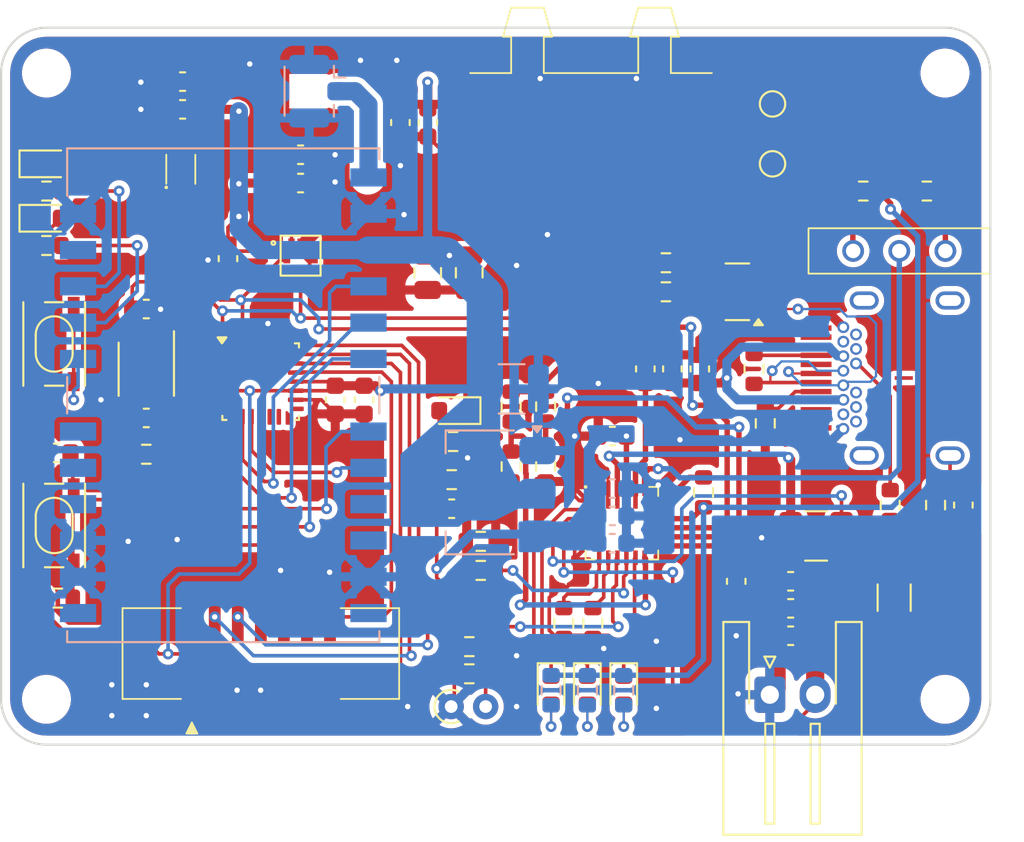
<source format=kicad_pcb>
(kicad_pcb (version 20241229) (generator "pcbnew") (generator_version "9.0")
  (layers (0 "F.Cu" signal) (2 "B.Cu" signal) (13 "F.Paste" user) (15 "B.Paste" user) (5 "F.SilkS" user "F.Silkscreen") (7 "B.SilkS" user "B.Silkscreen") (1 "F.Mask" user) (3 "B.Mask" user) (25 "Edge.Cuts" user))
  (net 0 "")
  (net 1 "GND")
  (net 2 "/connector/USB.VBUS")
  (net 3 "+5V")
  (net 4 "Net-(C5-Pad2)")
  (net 5 "Net-(U1-TMR)")
  (net 6 "/connector/BATT")
  (net 7 "+3V3")
  (net 8 "Net-(J1-SHIELD)")
  (net 9 "/MCU/RCC_OSC_IN")
  (net 10 "Net-(C23-Pad1)")
  (net 11 "/MCU/NRST")
  (net 12 "Net-(D1-K)")
  (net 13 "Net-(D1-A)")
  (net 14 "Net-(D2-K)")
  (net 15 "Net-(D2-A)")
  (net 16 "Net-(D3-A)")
  (net 17 "Net-(D3-K)")
  (net 18 "/connector/USB.D+")
  (net 19 "Net-(J1-CC1)")
  (net 21 "Net-(J1-CC2)")
  (net 22 "/connector/USB.D-")
  (net 24 "/MCU/SYS.SWCLK")
  (net 25 "/MCU/SYS.SWDIO")
  (net 30 "/MCU/USART1.RX")
  (net 31 "/MCU/USART1.TX")
  (net 34 "Net-(J4-In)")
  (net 35 "Net-(U1-SW)")
  (net 36 "Net-(U1-CSP)")
  (net 37 "Net-(Q1-D)")
  (net 38 "Net-(U1-PWIN)")
  (net 39 "Net-(U1-REG)")
  (net 40 "Net-(U1-ILIM)")
  (net 41 "/power/VCCpm")
  (net 42 "Net-(U1-EN)")
  (net 43 "Net-(U1-FB)")
  (net 44 "Net-(U1-OLIM)")
  (net 45 "Net-(U1-ISET)")
  (net 46 "/power/NTC")
  (net 47 "Net-(RLED1-A)")
  (net 48 "/MCU/RCC_OSC_OUT")
  (net 49 "Net-(SW1-A)")
  (net 50 "Net-(RLED2-A)")
  (net 51 "Net-(SW1-C)")
  (net 52 "Net-(YLED1-A)")
  (net 53 "Net-(U7-RX_INDICATE)")
  (net 54 "Net-(U7-TX_INDICATE)")
  (net 55 "/radio/RST")
  (net 56 "/connector/EN_power")
  (net 57 "Net-(U4-VOUT)")
  (net 60 "/MCU/I2C1.SDA")
  (net 61 "/MCU/I2C1.SCL")
  (net 68 "/MCU/USART2.RX")
  (net 70 "/MCU/USART2.RTS")
  (net 71 "/MCU/USART2.CTS")
  (net 75 "/MCU/USART2.TX")
  (net 76 "/MCU/~{DATA_IND}")
  (footprint "Resistor_SMD:R_0603_1608Metric" (layer "F.Cu") (at 132.125 73.45 180)
    (property "Reference" "R8" (hide yes))
    (property "Value" "90.9K" (hide yes))
  )
  (footprint "Resistor_SMD:R_0603_1608Metric" (layer "F.Cu") (at 123.6 81.375 90)
    (property "Reference" "R6" (hide yes))
    (property "Value" "15K" (hide yes))
  )
  (footprint "Capacitor_SMD:C_0603_1608Metric" (layer "F.Cu") (at 103.5 82 180)
    (property "Reference" "C23" (hide yes))
    (property "Value" "13p" (hide yes))
  )
  (footprint "Capacitor_SMD:C_0603_1608Metric" (layer "F.Cu") (at 108 73.225 -90)
    (property "Reference" "C20" (hide yes))
    (property "Value" "0.1u" (hide yes))
  )
  (footprint "Capacitor_SMD:C_0603_1608Metric" (layer "F.Cu") (at 113.91 81 -90)
    (property "Reference" "C26" (hide yes))
    (property "Value" "0.1u" (hide yes))
  )
  (footprint "MountingHole:MountingHole_2.2mm_M2" (layer "F.Cu") (at 147.5 63)
    (property "Reference" "H1" (hide yes))
    (property "Value" "MountingHole" (hide yes))
  )
  (footprint "Resistor_SMD:R_0603_1608Metric" (layer "F.Cu") (at 134.2 86.1 -90)
    (property "Reference" "R7" (hide yes))
    (property "Value" "2.1K" (hide yes))
  )
  (footprint "Capacitor_SMD:C_0603_1608Metric" (layer "F.Cu") (at 117.5 65.725 -90)
    (property "Reference" "C21" (hide yes))
    (property "Value" "0.1u" (hide yes))
  )
  (footprint "Capacitor_SMD:C_0603_1608Metric" (layer "F.Cu") (at 105.5 63.47 180)
    (property "Reference" "C19" (hide yes))
    (property "Value" "0.1u" (hide yes))
  )
  (footprint "Capacitor_SMD:C_0805_2012Metric" (layer "F.Cu") (at 121.29 74 -90)
    (property "Reference" "C27" (hide yes))
    (property "Value" "47u" (hide yes))
  )
  (footprint "Resistor_SMD:R_0603_1608Metric" (layer "F.Cu") (at 120.325 85.4)
    (property "Reference" "R10" (hide yes))
    (property "Value" "31.6K" (hide yes))
  )
  (footprint "Capacitor_SMD:C_0603_1608Metric" (layer "F.Cu") (at 132.4825 79.3 90)
    (property "Reference" "C2" (hide yes))
    (property "Value" "10uF" (hide yes))
  )
  (footprint "TTR:USB_C_Receptacle_WE_632723300011_hand" (layer "F.Cu") (at 151.23 79.8 90)
    (property "Reference" "J1" (hide yes))
    (property "Value" "USB_C_Receptacle_USB2.0_16P" (hide yes))
  )
  (footprint "MountingHole:MountingHole_2.2mm_M2" (layer "F.Cu") (at 98 63)
    (property "Reference" "H3" (hide yes))
    (property "Value" "MountingHole" (hide yes))
  )
  (footprint "TTR:2511020213301" (layer "F.Cu") (at 112 73.06)
    (property "Reference" "U3" (hide yes))
    (property "Value" "2511020213301" (hide yes))
  )
  (footprint "TTR:WE-CFPX-180" (layer "F.Cu") (at 103.5 79 -90)
    (property "Reference" "Y1" (hide yes))
    (property "Value" "830108313809" (hide yes))
  )
  (footprint "Connector_JST:JST_XH_S2B-XH-A-1_1x02_P2.50mm_Horizontal" (layer "F.Cu") (at 137.85 97.25)
    (property "Reference" "J3" (hide yes))
    (property "Value" "BATT" (hide yes))
  )
  (footprint "Capacitor_SMD:C_0603_1608Metric" (layer "F.Cu") (at 139 94 180)
    (property "Reference" "C10" (hide yes))
    (property "Value" "10uF" (hide yes))
  )
  (footprint "LED_SMD:LED_0603_1608Metric" (layer "F.Cu") (at 98 68)
    (property "Reference" "RLED2" (hide yes))
    (property "Value" "RX" (hide yes))
  )
  (footprint "Resistor_THT:R_Axial_DIN0204_L3.6mm_D1.6mm_P1.90mm_Vertical" (layer "F.Cu") (at 120.295 97.9)
    (property "Reference" "TH1" (hide yes))
    (property "Value" "10K" (hide yes))
  )
  (footprint "Capacitor_SMD:C_0805_2012Metric" (layer "F.Cu") (at 119 74 -90)
    (property "Reference" "C28" (hide yes))
    (property "Value" "47u" (hide yes))
  )
  (footprint "Capacitor_SMD:C_0603_1608Metric" (layer "F.Cu") (at 136 91 -90)
    (property "Reference" "C6" (hide yes))
    (property "Value" "100nF" (hide yes))
  )
  (footprint "TTR:434123025826" (layer "F.Cu") (at 98.425 77.925 90)
    (property "Reference" "SW3" (hide yes))
    (property "Value" "434123025826" (hide yes))
  )
  (footprint "Resistor_SMD:R_0603_1608Metric" (layer "F.Cu") (at 121.925 90.4)
    (property "Reference" "R9" (hide yes))
    (property "Value" "0" (hide yes))
  )
  (footprint "Resistor_SMD:R_0603_1608Metric" (layer "F.Cu") (at 146.5 69.5 180)
    (property "Reference" "R25" (hide yes))
    (property "Value" "2.1K" (hide yes))
  )
  (footprint "TestPoint:TestPoint_Pad_D1.0mm" (layer "F.Cu") (at 138 64.7)
    (property "Reference" "TP2" (hide yes))
    (property "Value" "Pressure Vout" (hide yes))
  )
  (footprint "LED_SMD:LED_0603_1608Metric" (layer "F.Cu") (at 129.8 97 -90)
    (property "Reference" "D2" (hide yes))
    (property "Value" "BLED" (hide yes))
  )
  (footprint "Capacitor_SMD:C_0603_1608Metric" (layer "F.Cu") (at 119.01 65.725 -90)
    (property "Reference" "C18" (hide yes))
    (property "Value" "4.7u" (hide yes))
  )
  (footprint "TTR:switch_450301014042" (layer "F.Cu") (at 144.9825 72.8)
    (property "Reference" "SW1" (hide yes))
    (property "Value" "SW_SPDT" (hide yes))
  )
  (footprint "Resistor_SMD:R_0603_1608Metric" (layer "F.Cu") (at 120.4 83.3)
    (property "Reference" "R20" (hide yes))
    (property "Value" "2.7K" (hide yes))
  )
  (footprint "Package_TO_SOT_SMD:SOT-23" (layer "F.Cu") (at 136.0625 75.05 180)
    (property "Reference" "Q1" (hide yes))
    (property "Value" "2N7002" (hide yes))
  )
  (footprint "Resistor_SMD:R_0603_1608Metric" (layer "F.Cu") (at 123.6 84.675 90)
    (property "Reference" "R3" (hide yes))
    (property "Value" "5.1K" (hide yes))
  )
  (footprint "Capacitor_SMD:C_0603_1608Metric" (layer "F.Cu") (at 148.5125 86.8 -90)
    (property "Reference" "C14" (hide yes))
    (property "Value" "4.7n" (hide yes))
  )
  (footprint "Resistor_SMD:R_0603_1608Metric" (layer "F.Cu") (at 98 72.5 180)
    (property "Reference" "R29" (hide yes))
    (property "Value" "374" (hide yes))
  )
  (footprint "Resistor_SMD:R_0603_1608Metric" (layer "F.Cu") (at 103.5 84 180)
    (property "Reference" "R26" (hide yes))
    (property "Value" "0" (hide yes))
  )
  (footprint "Capacitor_SMD:C_0603_1608Metric" (layer "F.Cu") (at 112 69.06)
    (property "Reference" "C17" (hide yes))
    (property "Value" "0.1u" (hide yes))
  )
  (footprint "Capacitor_SMD:C_0603_1608Metric" (layer "F.Cu") (at 115.5 81 -90)
    (property "Reference" "C25" (hide yes))
    (property "Value" "4.7u" (hide yes))
  )
  (footprint "Capacitor_SMD:C_0603_1608Metric" (layer "F.Cu") (at 139 92.49 180)
    (property "Reference" "C11" (hide yes))
    (property "Value" "10uF" (hide yes))
  )
  (footprint "TestPoint:TestPoint_Pad_D1.0mm" (layer "F.Cu") (at 138 68)
    (property "Reference" "TP1" (hide yes))
    (property "Value" "GND" (hide yes))
  )
  (footprint "LED_SMD:LED_0603_1608Metric" (layer "F.Cu") (at 120.4225 81.596 180)
    (property "Reference" "RLED1" (hide yes))
    (property "Value" "3.3V" (hide yes))
  )
  (footprint "LED_SMD:LED_0603_1608Metric" (layer "F.Cu") (at 127.8 97 -90)
    (property "Reference" "D3" (hide yes))
    (property "Value" "GLED" (hide yes))
  )
  (footprint "Capacitor_SMD:C_0603_1608Metric" (layer "F.Cu") (at 112 67.5)
    (property "Reference" "C15" (hide yes))
    (property "Value" "4.7u" (hide yes))
  )
  (footprint "Resistor_SMD:R_0603_1608Metric" (layer "F.Cu") (at 144.4825 86.8 90)
    (property "Reference" "R22" (hide yes))
    (property "Value" "5.1k" (hide yes))
  )
  (footprint "Resistor_SMD:R_0603_1608Metric" (layer "F.Cu") (at 98.625 91.925 180)
    (property "Reference" "R27" (hide yes))
    (property "Value" "10k" (hide yes))
  )
  (footprint "Capacitor_SMD:C_0603_1608Metric" (layer "F.Cu") (at 139 91 180)
    (property "Reference" "C12" (hide yes))
    (property "Value" "22uF" (hide yes))
  )
  (footprint "Resistor_SMD:R_0603_1608Metric" (layer "F.Cu") (at 128.1 93.3 -90)
    (property "Reference" "R13" (hide yes))
    (property "Value" "120K" (hide yes))
  )
  (footprint "Resistor_SMD:R_0603_1608Metric" (layer "F.Cu") (at 132.125 75.05 180)
    (property "Reference" "R4" (hide yes))
    (property "Value" "45.3K" (hide yes))
  )
  (footprint "Resistor_SMD:R_0603_1608Metric" (layer "F.Cu") (at 121.295 96.095)
    (property "Reference" "R14" (hide yes))
    (property "Value" "10K" (hide yes))
  )
  (footprint "TTR:2513130810102_hand" (layer "F.Cu") (at 128 67 180)
    (property "Reference" "U4" (hide yes))
    (property "Value" "2513130810102" (hide yes))
  )
  (footprint "TTR:MP2637(QFN-24-4x4mm)" (layer "F.Cu") (at 129.7 87.8)
    (property "Reference" "U1" (hide yes))
    (property "Value" "MP2637GR-P" (hide yes))
  )
  (footprint "TTR:62731420621" (layer "F.Cu") (at 109.81 94.98)
    (property "Reference" "J2" (hide yes))
    (property "Value" "LOG_DEBUG" (hide yes))
  )
  (footprint "Resistor_SMD:R_0603_1608Metric" (layer "F.Cu") (at 146.9825 86.8 -90)
    (property "Reference" "R21" (hide yes))
    (property "Value" "1M" (hide yes))
  )
  (footprint "Capacitor_SMD:C_0603_1608Metric" (layer "F.Cu") (at 103.5 76)
    (property "Reference" "C22" (hide yes))
    (property "Value" "13p" (hide yes))
  )
  (footprint "Package_DFN_QFN:QFN-28_4x4mm_P0.5mm" (layer "F.Cu") (at 109.8 80)
    (property "Reference" "U6" (hide yes))
    (property "Value" "STM32F042G6Ux" (hide yes))
  )
  (footprint "MountingHole:MountingHole_2.2mm_M2" (layer "F.Cu") (at 147.5 97.5)
    (property "Reference" "H4" (hide yes))
    (property "Value" "MountingHole" (hide yes))
  )
  (footprint "Resistor_SMD:R_0603_1608Metric" (layer "F.Cu") (at 143 69.5 180)
    (property "Reference" "R24" (hide yes))
    (property "Value" "2.1K" (hide yes))
  )
  (footprint "Capacitor_SMD:C_0603_1608Metric" (layer "F.Cu") (at 129.175 83 180)
    (property "Reference" "C4" (hide yes))
    (property "Value" "10uF" (hide yes))
  )
  (footprint "Resistor_SMD:R_0603_1608Metric" (layer "F.Cu") (at 125.5 84.675 90)
    (property "Reference" "R2" (hide yes))
    (property "Value" "5.1K" (hide yes))
  )
  (footprint "Capacitor_SMD:C_0603_1608Metric" (layer "F.Cu") (at 130.9925 79.3 90)
    (property "Reference" "C1" (hide yes))
    (property "Value" "22uF" (hide yes))
  )
  (footprint "LED_SMD:LED_0603_1608Metric" (layer "F.Cu") (at 98 71)
    (property "Reference" "YLED1" (hide yes))
    (property "Value" "TX" (hide yes))
  )
  (footprint "Capacitor_SMD:C_0603_1608Metric" (layer "F.Cu") (at 120.325 87)
    (property "Reference" "C5" (hide yes))
    (property "Value" "120pF" (hide yes))
  )
  (footprint "Resistor_SMD:R_0603_1608Metric" (layer "F.Cu") (at 136.9825 79.3 90)
    (property "Reference" "R1" (hide yes))
    (property "Value" "5.1K" (hide yes))
  )
  (footprint "Resistor_SMD:R_0603_1608Metric" (layer "F.Cu") (at 137.6 82.3 90)
    (property "Reference" "R23" (hide yes))
    (property "Value" "5.1k" (hide yes))
  )
  (footprint "TTR:434123025826" (layer "F.Cu") (at 98.425 87.925 90)
    (property "Reference" "SW2" (hide yes))
    (property "Value" "434123025826" (hide yes))
  )
  (footprint "Capacitor_SMD:C_0603_1608Metric" (layer "F.Cu") (at 133.9925 79.3 90)
    (property "Reference" "C3" (hide yes))
    (property "Value" "10uF" (hide yes))
  )
  (footprint "Inductor_SMD:L_1210_3225Metric" (layer "F.Cu") (at 140.4 88.5)
    (property "Reference" "L1" (hide yes))
    (property "Value" "2.2uH" (hide yes))
  )
  (footprint "Resistor_SMD:R_0603_1608Metric" (layer "F.Cu") (at 121.295 94.6 180)
    (property "Reference" "R16" (hide yes))
    (property "Value" "10K" (hide yes))
  )
  (footprint "MountingHole:MountingHole_2.2mm_M2" (layer "F.Cu") (at 98 97.5)
    (property "Reference" "H2" (hide yes))
    (property "Value" "MountingHole" (hide yes))
  )
  (footprint "Resistor_SMD:R_0603_1608Metric" (layer "F.Cu") (at 98 69.5 180)
    (property "Reference" "R28" (hide yes))
    (property "Value" "287" (hide yes))
  )
  (footprint "TTR:2525020210002" (layer "F.Cu") (at 105.4 68.3 90)
    (property "Reference" "U5" (hide yes))
    (property "Value" "2525020210002" (hide yes))
  )
  (footprint "Resistor_SMD:R_0603_1608Metric" (layer "F.Cu") (at 121.925 88.8)
    (property "Reference" "R11" (hide yes))
    (property "Value" "10K" (hide yes))
  )
  (footprint "Capacitor_SMD:C_0603_1608Metric" (layer "F.Cu") (at 98.55 83.925 180)
    (property "Reference" "C24" (hide yes))
    (property "Value" "1u" (hide yes))
  )
  (footprint "Resistor_SMD:R_0603_1608Metric" (layer "F.Cu") (at 126.5 93.3 -90)
    (property "Reference" "R12" (hide yes))
    (property "Value" "57.6K" (hide yes))
  )
  (footprint "Resistor_SMD:R_0603_1608Metric" (layer "F.Cu") (at 125.5 81.375 90)
    (property "Reference" "R5" (hide yes))
    (property "Value" "23.7K" (hide yes))
  )
  (footprint "Resistor_SMD:R_1206_3216Metric" (layer "F.Cu") (at 144.7 91.9 -90)
    (property "Reference" "R15" (hide yes))
    (property "Value" "20m" (hide yes))
  )
  (footprint "LED_SMD:LED_0603_1608Metric" (layer "F.Cu") (at 125.8 97 -90)
    (property "Reference" "D1" (hide yes))
    (property "Value" "YLED" (hide yes))
  )
  (footprint "Capacitor_SMD:C_0603_1608Metric" (layer "F.Cu") (at 105.5 65 180)
    (property "Reference" "C16" (hide yes))
    (property "Value" "4.7u" (hide yes))
  )
  (footprint "Resistor_SMD:R_0603_1608Metric" (layer "B.Cu") (at 127.8 97 90)
    (property "Reference" "R19" (hide yes))
    (property "Value" "2.7K" (hide yes))
  )
  (footprint "Resistor_SMD:R_0603_1608Metric" (layer "B.Cu") (at 125.8 97 90)
    (property "Reference" "R17" (hide yes))
    (property "Value" "845" (hide yes))
  )
  (footprint "Capacitor_SMD:C_0603_1608Metric" (layer "B.Cu") (at 129.175 88.9)
    (property "Reference" "C9" (hide yes))
    (property "Value" "22uF" (hide yes))
  )
  (footprint "Capacitor_SMD:C_1210_3225Metric" (layer "B.Cu") (at 123.625 80.4)
    (property "Reference" "C13" (hide yes))
    (property "Value" "4.7u_50V_we" (hide yes))
  )
  (footprint "TTR:2607011111000" (layer "B.Cu") (at 107.24 80.75 -90)
    (property "Reference" "U7" (hide yes))
    (property "Value" "2607011111000" (hide yes))
  )
  (footprint "Package_TO_SOT_SMD:SOT-223-3_TabPin2" (layer "B.Cu") (at 121.9 86.1 180)
    (property "Reference" "U2" (hide yes))
    (property "Value" "LDL1117S33R" (hide yes))
  )
  (footprint "Capacitor_SMD:C_0603_1608Metric" (layer "B.Cu") (at 129.175 85.89)
    (property "Reference" "C8" (hide yes))
    (property "Value" "10uF" (hide yes))
  )
  (footprint "Resistor_SMD:R_0603_1608Metric" (layer "B.Cu") (at 129.8 97 90)
    (property "Reference" "R18" (hide yes))
    (property "Value" "1.2K" (hide yes))
  )
  (footprint "Connector_Coaxial:U.FL_Hirose_U.FL-R-SMT-1_Vertical" (layer "B.Cu") (at 112.95 64 180)
    (property "Reference" "J4" (hide yes))
    (property "Value" "RF" (hide yes))
  )
  (footprint "Capacitor_SMD:C_0603_1608Metric" (layer "B.Cu") (at 129.175 87.4)
    (property "Reference" "C7" (hide yes))
    (property "Value" "10uF" (hide yes))
  )
  (gr_arc (start 98 100) (mid 96.232233 99.267767) (end 95.5 97.5) (stroke (width 0.12)) (layer "Edge.Cuts"))
  (gr_line (start 95.5 63) (end 95.5 97.5) (stroke (width 0.12)) (layer "Edge.Cuts"))
  (gr_arc (start 150 97.5) (mid 149.267767 99.267767) (end 147.5 100) (stroke (width 0.12)) (layer "Edge.Cuts"))
  (gr_line (start 150 97.5) (end 150 63) (stroke (width 0.12)) (layer "Edge.Cuts"))
  (gr_line (start 98 100) (end 147.5 100) (stroke (width 0.12)) (layer "Edge.Cuts"))
  (gr_arc (start 95.5 63) (mid 96.232233 61.232233) (end 98 60.5) (stroke (width 0.12)) (layer "Edge.Cuts"))
  (gr_line (start 147.5 60.5) (end 98 60.5) (stroke (width 0.12)) (layer "Edge.Cuts"))
  (gr_arc (start 147.5 60.5) (mid 149.267767 61.232233) (end 150 63) (stroke (width 0.12)) (layer "Edge.Cuts"))
  (segment (start 112.775 67.5) (end 112.775 69.06) (width 0.2) (layer "F.Cu") (net 1))
  (segment (start 111.5 74.4) (end 110.2 75.7) (width 0.2) (layer "F.Cu") (net 1))
  (segment (start 134.13 66.245) (end 137.445 66.245) (width 0.2) (layer "F.Cu") (net 1))
  (segment (start 132.9 84.662075) (end 132.9 83.2) (width 0.5) (layer "F.Cu") (net 1))
  (segment (start 108.5 99.1) (end 108.54 99.06) (width 0.5) (layer "F.Cu") (net 1))
  (segment (start 127.25 89.05) (end 127.1 89.2) (width 0.2) (layer "F.Cu") (net 1))
  (segment (start 108 74) (end 107.5 74) (width 0.2) (layer "F.Cu") (net 1))
  (segment (start 127.8 86.55) (end 127.35 86.55) (width 0.2) (layer "F.Cu") (net 1))
  (segment (start 125.7 93.7) (end 126.125 94.125) (width 0.2) (layer "F.Cu") (net 1))
  (segment (start 128.7 94.7) (end 128.5 94.7) (width 0.5) (layer "F.Cu") (net 1))
  (segment (start 108.54 97) (end 108.54 99.06) (width 0.5) (layer "F.Cu") (net 1))
  (segment (start 113.135 81) (end 113.91 81.775) (width 0.2) (layer "F.Cu") (net 1))
  (segment (start 108.54 97) (end 108.5 97) (width 0.5) (layer "F.Cu") (net 1))
  (segment (start 128.45 85.9) (end 128.45 85.05) (width 0.2) (layer "F.Cu") (net 1))
  (segment (start 109.81 97) (end 109.81 99.09) (width 0.5) (layer "F.Cu") (net 1))
  (segment (start 104.3 77.9) (end 104.3 76.025) (width 0.2) (layer "F.Cu") (net 1))
  (segment (start 121.87 67.765) (end 120.275 67.765) (width 0.2) (layer "F.Cu") (net 1))
  (segment (start 117.5 66.5) (end 119.01 66.5) (width 0.2) (layer "F.Cu") (net 1))
  (segment (start 112.5 72.3) (end 112.5 69.335) (width 0.2) (layer "F.Cu") (net 1))
  (segment (start 127.8 89.05) (end 127.25 89.05) (width 0.2) (layer "F.Cu") (net 1))
  (segment (start 104.725 66.225) (end 105 66.5) (width 0.2) (layer "F.Cu") (net 1))
  (segment (start 128.5 94.7) (end 128.1 94.3) (width 0.5) (layer "F.Cu") (net 1))
  (segment (start 126.125 94.125) (end 126.5 94.125) (width 0.2) (layer "F.Cu") (net 1))
  (segment (start 128.4 83) (end 128.4 80.1) (width 0.5) (layer "F.Cu") (net 1))
  (segment (start 112 72.3) (end 112.5 72.3) (width 0.2) (layer "F.Cu") (net 1))
  (segment (start 102.725 80.125) (end 102.7 80.1) (width 0.2) (layer "F.Cu") (net 1))
  (segment (start 128.2 84.8) (end 127.1 84.8) (width 0.2) (layer "F.Cu") (net 1))
  (segment (start 128.95 84.95) (end 128.95 86.25) (width 0.2) (layer "F.Cu") (net 1))
  (segment (start 128.45 85.05) (end 128.2 84.8) (width 0.2) (layer "F.Cu") (net 1))
  (segment (start 137.445 66.245) (end 138 66.8) (width 0.2) (layer "F.Cu") (net 1))
  (segment (start 138.225 96.875) (end 137.85 97.25) (width 1) (layer "F.Cu") (net 1))
  (segment (start 131.7 85.7) (end 131.862075 85.7) (width 0.5) (layer "F.Cu") (net 1))
  (segment (start 111.7375 81) (end 113.135 81) (width 0.2) (layer "F.Cu") (net 1))
  (segment (start 101.4 80.1) (end 101 80.5) (width 0.2) (layer "F.Cu") (net 1))
  (segment (start 128.4 83) (end 127.1 83) (width 0.5) (layer "F.Cu") (net 1))
  (segment (start 125.7 91.9) (end 125.7 93.7) (width 0.2) (layer "F.Cu") (net 1))
  (segment (start 102.725 82) (end 102.725 80.125) (width 0.2) (layer "F.Cu") (net 1))
  (segment (start 111.5 73.82) (end 111.5 74.4) (width 0.2) (layer "F.Cu") (net 1))
  (segment (start 120.47 97.725) (end 120.295 97.9) (width 0.2) (layer "F.Cu") (net 1))
  (segment (start 131.862075 85.7) (end 132.9 84.662075) (width 0.5) (layer "F.Cu") (net 1))
  (segment (start 104.275 76) (end 104.2875 76.0125) (width 0.2) (layer "F.Cu") (net 1))
  (segment (start 104.3 76.025) (end 104.2875 76.0125) (width 0.2) (layer "F.Cu") (net 1))
  (segment (start 110.2 75.7) (end 110.2 76.8) (width 0.2) (layer "F.Cu") (net 1))
  (segment (start 127.1 84.4) (end 128.4 84.4) (width 0.2) (layer "F.Cu") (net 1))
  (segment (start 126.3 91.3) (end 125.7 91.9) (width 0.2) (layer "F.Cu") (net 1))
  (segment (start 107.5 74) (end 106.9 73.4) (width 0.2) (layer "F.Cu") (net 1))
  (segment (start 127.1 89.2) (end 127.1 90.9) (width 0.2) (layer "F.Cu") (net 1))
  (segment (start 127.1 90.9) (end 126.7 91.3) (width 0.2) (layer "F.Cu") (net 1))
  (segment (start 106.9 73.4) (end 106.9 73.3) (width 0.2) (layer "F.Cu") (net 1))
  (segment (start 109.8 99.1) (end 109.81 99.09) (width 0.5) (layer "F.Cu") (net 1))
  (segment (start 138.225 91) (end 138.225 96.875) (width 1) (layer "F.Cu") (net 1))
  (segment (start 117.5 66.5) (end 117.5 68.1) (width 0.2) (layer "F.Cu") (net 1))
  (segment (start 101 80.5) (end 101 81) (width 0.2) (layer "F.Cu") (net 1))
  (segment (start 104.275 77.875) (end 104.3 77.9) (width 0.2) (layer "F.Cu") (net 1))
  (segment (start 120.275 67.765) (end 119.01 66.5) (width 0.2) (layer "F.Cu") (net 1))
  (segment (start 128.4 84.4) (end 128.95 84.95) (width 0.2) (layer "F.Cu") (net 1))
  (segment (start 112.5 69.335) (end 112.775 69.06) (width 0.2) (layer "F.Cu") (net 1))
  (segment (start 102.7 80.1) (end 101.4 80.1) (width 0.2) (layer "F.Cu") (net 1))
  (segment (start 115.5 81.775) (end 113.91 81.775) (width 0.2) (layer "F.Cu") (net 1))
  (segment (start 127.1 86.3) (end 127.1 84.4) (width 0.2) (layer "F.Cu") (net 1))
  (segment (start 120.47 96.095) (end 120.47 97.725) (width 0.2) (layer "F.Cu") (net 1))
  (segment (start 104.725 63.47) (end 104.725 66.225) (width 0.2) (layer "F.Cu") (net 1))
  (segment (start 109.81 97) (end 109.8 97) (width 0.5) (layer "F.Cu") (net 1))
  (segment (start 127.35 86.55) (end 127.1 86.3) (width 0.2) (layer "F.Cu") (net 1))
  (segment (start 113.84 69.06) (end 113.9 69) (width 0.2) (layer "F.Cu") (net 1))
  (segment (start 138 66.8) (end 138 68) (width 0.2) (layer "F.Cu") (net 1))
  (segment (start 105 66.5) (end 105 67.6) (width 0.2) (layer "F.Cu") (net 1))
  (segment (start 126.7 91.3) (end 126.3 91.3) (width 0.2) (layer "F.Cu") (net 1))
  (segment (start 112.775 69.06) (end 113.84 69.06) (width 0.2) (layer "F.Cu") (net 1))
  (segment (start 112.775 67.5) (end 113.9 67.5) (width 0.2) (layer "F.Cu") (net 1))
  (via (at 101 81) (size 0.6) (drill 0.3) (layers "F.Cu" "B.Cu") (net 1))
  (via (at 109.2 62.5) (size 0.6) (drill 0.3) (layers "F.Cu" "B.Cu") (net 1))
  (via (at 101.6 98.4) (size 0.6) (drill 0.3) (layers "F.Cu" "B.Cu") (net 1))
  (via (at 132.9 83.2) (size 0.6) (drill 0.3) (layers "F.Cu" "B.Cu") (net 1))
  (via (at 125.6 71.9) (size 0.6) (drill 0.3) (layers "F.Cu" "B.Cu") (net 1))
  (via (at 117.7 70.8) (size 0.6) (drill 0.3) (layers "F.Cu" "B.Cu") (net 1))
  (via (at 104.2875 76.0125) (size 0.6) (drill 0.3) (layers "F.Cu" "B.Cu") (net 1))
  (via (at 110.2 76.8) (size 0.6) (drill 0.3) (layers "F.Cu" "B.Cu") (net 1))
  (via (at 109.8 97) (size 0.6) (drill 0.3) (layers "F.Cu" "B.Cu") (net 1))
  (via (at 123.9 95.1) (size 0.6) (drill 0.3) (layers "F.Cu" "B.Cu") (net 1))
  (via (at 131.6 98) (size 0.6) (drill 0.3) (layers "F.Cu" "B.Cu") (net 1))
  (via (at 101.6 96.7) (size 0.6) (drill 0.3) (layers "F.Cu" "B.Cu") (net 1))
  (via (at 108.5 97) (size 0.6) (drill 0.3) (layers "F.Cu" "B.Cu") (net 1))
  (via (at 103.2 65) (size 0.6) (drill 0.3) (layers "F.Cu" "B.Cu") (net 1))
  (via (at 113.9 69) (size 0.6) (drill 0.3) (layers "F.Cu" "B.Cu") (net 1))
  (via (at 103.2 63.5) (size 0.6) (drill 0.3) (layers "F.Cu" "B.Cu") (net 1))
  (via (at 128.4 80.1) (size 0.6) (drill 0.3) (layers "F.Cu" "B.Cu") (net 1))
  (via (at 125.2 63.3) (size 0.6) (drill 0.3) (layers "F.Cu" "B.Cu") (net 1))
  (via (at 136.1 97.2) (size 0.6) (drill 0.3) (layers "F.Cu" "B.Cu") (net 1))
  (via (at 105.2 88.7) (size 0.6) (drill 0.3) (layers "F.Cu" "B.Cu") (net 1))
  (via (at 103.5 98.4) (size 0.6) (drill 0.3) (layers "F.Cu" "B.Cu") (net 1))
  (via (at 127.1 83) (size 0.6) (drill 0.3) (layers "F.Cu" "B.Cu") (net 1))
  (via (at 113.6 90.5) (size 0.6) (drill 0.3) (layers "F.Cu" "B.Cu") (net 1))
  (via (at 137.4 88.6) (size 0.6) (drill 0.3) (layers "F.Cu" "B.Cu") (net 1))
  (via (at 131.7 85.7) (size 0.6) (drill 0.3) (layers "F.Cu" "B.Cu") (net 1))
  (via (at 128.7 94.7) (size 0.6) (drill 0.3) (layers "F.Cu" "B.Cu") (net 1))
  (via (at 110.9 90.4) (size 0.6) (drill 0.3) (layers "F.Cu" "B.Cu") (net 1))
  (via (at 117.3 62.3) (size 0.6) (drill 0.3) (layers "F.Cu" "B.Cu") (net 1))
  (via (at 113.9 67.5) (size 0.6) (drill 0.3) (layers "F.Cu" "B.Cu") (net 1))
  (via (at 136 94) (size 0.6) (drill 0.3) (layers "F.Cu" "B.Cu") (net 1))
  (via (at 117.5 68.1) (size 0.6) (drill 0.3) (layers "F.Cu" "B.Cu") (net 1))
  (via (at 123.9 73.6) (size 0.6) (drill 0.3) (layers "F.Cu" "B.Cu") (net 1))
  (via (at 106.9 73.3) (size 0.6) (drill 0.3) (layers "F.Cu" "B.Cu") (net 1))
  (via (at 102.5 88.8) (size 0.6) (drill 0.3) (layers "F.Cu" "B.Cu") (net 1))
  (via (at 123.9 97.9) (size 0.6) (drill 0.3) (layers "F.Cu" "B.Cu") (net 1))
  (via (at 131.6 94.3) (size 0.6) (drill 0.3) (layers "F.Cu" "B.Cu") (net 1))
  (via (at 130.5 63.3) (size 0.6) (drill 0.3) (layers "F.Cu" "B.Cu") (net 1))
  (via (at 115.3 62.3) (size 0.6) (drill 0.3) (layers "F.Cu" "B.Cu") (net 1))
  (via (at 117.9 97.9) (size 0.6) (drill 0.3) (layers "F.Cu" "B.Cu") (net 1))
  (via (at 103.5 96.7) (size 0.6) (drill 0.3) (layers "F.Cu" "B.Cu") (net 1))
  (segment (start 115.74 90.75) (end 117.85 90.75) (width 0.5) (layer "B.Cu") (net 1))
  (segment (start 102.5 90.2) (end 102.5 88.8) (width 0.5) (layer "B.Cu") (net 1))
  (segment (start 101.95 90.75) (end 102.5 90.2) (width 0.5) (layer "B.Cu") (net 1))
  (segment (start 115.74 70.75) (end 117.65 70.75) (width 0.5) (layer "B.Cu") (net 1))
  (segment (start 129.95 85.89) (end 131.51 85.89) (width 0.5) (layer "B.Cu") (net 1))
  (segment (start 99.74 88.75) (end 102.45 88.75) (width 0.5) (layer "B.Cu") (net 1))
  (segment (start 113.85 90.75) (end 113.6 90.5) (width 0.5) (layer "B.Cu") (net 1))
  (segment (start 117.85 90.75) (end 118 90.9) (width 0.5) (layer "B.Cu") (net 1))
  (segment (start 99.74 90.75) (end 101.95 90.75) (width 0.5) (layer "B.Cu") (net 1))
  (segment (start 102.45 88.75) (end 102.5 88.8) (width 0.5) (layer "B.Cu") (net 1))
  (segment (start 131.51 85.89) (end 131.7 85.7) (width 0.5) (layer "B.Cu") (net 1))
  (segment (start 115.74 90.75) (end 113.85 90.75) (width 0.5) (layer "B.Cu") (net 1))
  (segment (start 117.65 70.75) (end 117.7 70.8) (width 0.5) (layer "B.Cu") (net 1))
  (segment (start 131 84.299) (end 131 80.0825) (width 0.3) (layer "F.Cu") (net 2))
  (segment (start 141.85 81.05) (end 140.4 81.05) (width 0.2) (layer "F.Cu") (net 2))
  (segment (start 140.4 78.55) (end 141.85 78.55) (width 0.2) (layer "F.Cu") (net 2))
  (segment (start 141.9 81) (end 141.85 81.05) (width 0.2) (layer "F.Cu") (net 2))
  (segment (start 125.5 80.55) (end 125.5 80) (width 0.3) (layer "F.Cu") (net 2))
  (segment (start 131 80.0825) (end 130.9925 80.075) (width 0.3) (layer "F.Cu") (net 2))
  (segment (start 126.2 79.3) (end 129.4 79.3) (width 0.3) (layer "F.Cu") (net 2))
  (segment (start 132.75 80.3425) (end 132.4825 80.075) (width 0.3) (layer "F.Cu") (net 2))
  (segment (start 123.6 80.55) (end 125.5 80.55) (width 0.3) (layer "F.Cu") (net 2))
  (segment (start 130.45 84.84148) (end 130.992479 84.299) (width 0.3) (layer "F.Cu") (net 2))
  (segment (start 130.992479 84.299) (end 131 84.299) (width 0.3) (layer "F.Cu") (net 2))
  (segment (start 130.175 80.075) (end 130.9925 80.075) (width 0.3) (layer "F.Cu") (net 2))
  (segment (start 135.2075 80.075) (end 135.4825 79.8) (width 0.5) (layer "F.Cu") (net 2))
  (segment (start 130.45 86.25) (end 130.45 84.84148) (width 0.3) (layer "F.Cu") (net 2))
  (segment (start 125.5 80) (end 126.2 79.3) (width 0.3) (layer "F.Cu") (net 2))
  (segment (start 141.85 78.55) (end 141.9 78.6) (width 0.2) (layer "F.Cu") (net 2))
  (segment (start 129.4 79.3) (end 130.175 80.075) (width 0.3) (layer "F.Cu") (net 2))
  (segment (start 137.0575 78.55) (end 136.9825 78.475) (width 0.2) (layer "F.Cu") (net 2))
  (segment (start 140.4 78.55) (end 137.0575 78.55) (width 0.2) (layer "F.Cu") (net 2))
  (segment (start 136.9825 78.475) (end 136.6575 78.475) (width 0.2) (layer "F.Cu") (net 2))
  (segment (start 130.9925 80.075) (end 135.2075 80.075) (width 0.5) (layer "F.Cu") (net 2))
  (via (at 135.4825 79.8) (size 0.6) (drill 0.3) (layers "F.Cu" "B.Cu") (net 2))
  (segment (start 141.124 78.12143) (end 141.124 78.1) (width 0.5) (layer "B.Cu") (net 2))
  (segment (start 135.4825 78.9) (end 135.4825 79.8) (width 0.5) (layer "B.Cu") (net 2))
  (segment (start 141.57857 78.576) (end 141.124 78.12143) (width 0.5) (layer "B.Cu") (net 2))
  (segment (start 136.0825 81) (end 135.4825 80.4) (width 0.5) (layer "B.Cu") (net 2))
  (segment (start 136.2825 78.1) (end 135.4825 78.9) (width 0.5) (layer "B.Cu") (net 2))
  (segment (start 141.9 81) (end 136.0825 81) (width 0.5) (layer "B.Cu") (net 2))
  (segment (start 141.9 78.6) (end 141.876 78.576) (width 0.5) (layer "B.Cu") (net 2))
  (segment (start 141.876 78.576) (end 141.57857 78.576) (width 0.5) (layer "B.Cu") (net 2))
  (segment (start 135.4825 80.4) (end 135.4825 79.8) (width 0.5) (layer "B.Cu") (net 2))
  (segment (start 141.124 78.1) (end 136.2825 78.1) (width 0.5) (layer "B.Cu") (net 2))
  (segment (start 120.47 94.6) (end 120.47 91.77) (width 0.2) (layer "F.Cu") (net 3))
  (segment (start 129.95 86.25) (end 129.95 83) (width 0.3) (layer "F.Cu") (net 3))
  (segment (start 120.47 91.77) (end 119.5 90.8) (width 0.2) (layer "F.Cu") (net 3))
  (segment (start 119.5 90.8) (end 119.5 90.3) (width 0.2) (layer "F.Cu") (net 3))
  (segment (start 119.5 90.3) (end 119.5 85.4) (width 0.2) (layer "F.Cu") (net 3))
  (via (at 119.5 90.3) (size 0.6) (drill 0.3) (layers "F.Cu" "B.Cu") (net 3))
  (via (at 129.95 83) (size 0.6) (drill 0.3) (layers "F.Cu" "B.Cu") (net 3))
  (segment (start 125.05 88.4) (end 121.4 88.4) (width 0.5) (layer "B.Cu") (net 3))
  (segment (start 121.4 88.4) (end 119.5 90.3) (width 0.5) (layer "B.Cu") (net 3))
  (segment (start 121.15 90.35) (end 121.1 90.4) (width 0.5) (layer "F.Cu") (net 4))
  (segment (start 121.15 85.4) (end 121.15 90.35) (width 0.5) (layer "F.Cu") (net 4))
  (segment (start 135.55 89.05) (end 131.6 89.05) (width 0.3) (layer "F.Cu") (net 5))
  (segment (start 136 90.225) (end 136 89.5) (width 0.3) (layer "F.Cu") (net 5))
  (segment (start 136 89.5) (end 135.55 89.05) (width 0.3) (layer "F.Cu") (net 5))
  (segment (start 139.775 93.3) (end 139.775 94.775) (width 1) (layer "F.Cu") (net 6))
  (segment (start 139.05 99) (end 140.35 97.7) (width 0.2) (layer "F.Cu") (net 6))
  (segment (start 126.95 88.55) (end 126.5 89) (width 0.2) (layer "F.Cu") (net 6))
  (segment (start 140.35 95.35) (end 140.35 97.25) (width 1) (layer "F.Cu") (net 6))
  (segment (start 140.35 97.7) (end 140.35 97.25) (width 0.2) (layer "F.Cu") (net 6))
  (segment (start 139.775 94.775) (end 140.35 95.35) (width 1) (layer "F.Cu") (net 6))
  (segment (start 127.8 88.55) (end 126.95 88.55) (width 0.2) (layer "F.Cu") (net 6))
  (segment (start 133.5 99) (end 139.05 99) (width 0.2) (layer "F.Cu") (net 6))
  (segment (start 132.5 98) (end 133.5 99) (width 0.2) (layer "F.Cu") (net 6))
  (segment (start 132.5 90.5) (end 132.5 98) (width 0.2) (layer "F.Cu") (net 6))
  (segment (start 126.5 89) (end 126.5 90.5) (width 0.2) (layer "F.Cu") (net 6))
  (segment (start 144.7 93.3625) (end 139.8375 93.3625) (width 1) (layer "F.Cu") (net 6))
  (segment (start 139.775 91) (end 139.775 91.8) (width 1) (layer "F.Cu") (net 6))
  (segment (start 139.8375 93.3625) (end 139.775 93.3) (width 1) (layer "F.Cu") (net 6))
  (segment (start 139.8375 91.8625) (end 139.775 91.8) (width 1) (layer "F.Cu") (net 6))
  (segment (start 139.775 91.8) (end 139.775 93.3) (width 1) (layer "F.Cu") (net 6))
  (via (at 126.5 90.5) (size 0.6) (drill 0.3) (layers "F.Cu" "B.Cu") (net 6))
  (via (at 132.5 90.5) (size 0.6) (drill 0.3) (layers "F.Cu" "B.Cu") (net 6))
  (segment (start 126.5 90.5) (end 132.5 90.5) (width 0.2) (layer "B.Cu") (net 6))
  (segment (start 106.275 63.47) (end 106.275 64.2) (width 0.2) (layer "F.Cu") (net 7))
  (segment (start 108.36 72.81) (end 108 72.45) (width 0.2) (layer "F.Cu") (net 7))
  (segment (start 121.87 64.725) (end 117.725 64.725) (width 0.5) (layer "F.Cu") (net 7))
  (segment (start 99 93.8) (end 103 93.8) (width 0.2) (layer "F.Cu") (net 7))
  (segment (start 108.5 65) (end 108.6 65.1) (width 0.5) (layer "F.Cu") (net 7))
  (segment (start 112.5 73.4375) (end 112.3725 73.31) (width 0.2) (layer "F.Cu") (net 7))
  (segment (start 121.2 83.325) (end 121.225 83.3) (width 0.2) (layer "F.Cu") (net 7))
  (segment (start 97.8 91.925) (end 97.8 92.6) (width 0.2) (layer "F.Cu") (net 7))
  (segment (start 111.7375 80) (end 113.685 80) (width 0.2) (layer "F.Cu") (net 7))
  (segment (start 112.76 73.31) (end 112.3725 73.31) (width 0.2) (layer "F.Cu") (net 7))
  (segment (start 117.725 64.725) (end 117.5 64.95) (width 0.2) (layer "F.Cu") (net 7))
  (segment (start 112.5 73.82) (end 112.5 73.4375) (width 0.2) (layer "F.Cu") (net 7))
  (segment (start 104.2 95) (end 104.7 95) (width 0.2) (layer "F.Cu") (net 7))
  (segment (start 109.2 80.5) (end 111.7375 80.5) (width 0.2) (layer "F.Cu") (net 7))
  (segment (start 115.5 80.225) (end 116.125 80.225) (width 0.5) (layer "F.Cu") (net 7))
  (segment (start 119 73.05) (end 121.29 73.05) (width 0.5) (layer "F.Cu") (net 7))
  (segment (start 105.8 66.5) (end 105.8 67.6) (width 0.2) (layer "F.Cu") (net 7))
  (segment (start 104.7 95) (end 106.8 95) (width 0.2) (layer "F.Cu") (net 7))
  (segment (start 111.7375 80.5) (end 113.635 80.5) (width 0.2) (layer "F.Cu") (net 7))
  (segment (start 115.5 80.225) (end 113.91 80.225) (width 0.5) (layer "F.Cu") (net 7))
  (segment (start 103 93.8) (end 104.2 95) (width 0.2) (layer "F.Cu") (net 7))
  (segment (start 111.5 67.775) (end 111.5 72.3) (width 0.2) (layer "F.Cu") (net 7))
  (segment (start 106.275 65) (end 108.5 65) (width 0.5) (layer "F.Cu") (net 7))
  (segment (start 113.635 80.5) (end 113.91 80.225) (width 0.2) (layer "F.Cu") (net 7))
  (segment (start 108.64 69.06) (end 108.6 69.1) (width 0.5) (layer "F.Cu") (net 7))
  (segment (start 107.27 95.47) (end 107.27 97) (width 0.2) (layer "F.Cu") (net 7))
  (segment (start 106.275 64.2) (end 106.275 66.025) (width 0.2) (layer "F.Cu") (net 7))
  (segment (start 119.01 64.95) (end 119.01 63.51) (width 0.5) (layer "F.Cu") (net 7))
  (segment (start 111.24 72.81) (end 108.36 72.81) (width 0.2) (layer "F.Cu") (net 7))
  (segment (start 107.8625 80.5) (end 109.2 80.5) (width 0.2) (layer "F.Cu") (net 7))
  (segment (start 97.8 92.6) (end 99 93.8) (width 0.2) (layer "F.Cu") (net 7))
  (segment (start 116.125 80.225) (end 116.4 80.5) (width 0.5) (layer "F.Cu") (net 7))
  (segment (start 111.225 67.5) (end 111.5 67.775) (width 0.2) (layer "F.Cu") (net 7))
  (segment (start 108.6 70.9) (end 108 71.5) (width 0.2) (layer "F.Cu") (net 7))
  (segment (start 112.3725 73.31) (end 111.8725 72.81) (width 0.2) (layer "F.Cu") (net 7))
  (segment (start 121.2 84.2) (end 121.2 83.325) (width 0.2) (layer "F.Cu") (net 7))
  (segment (start 106.275 66.025) (end 105.8 66.5) (width 0.2) (layer "F.Cu") (net 7))
  (segment (start 106.8 95) (end 107.27 95.47) (width 0.2) (layer "F.Cu") (net 7))
  (segment (start 111.8725 72.81) (end 111.24 72.81) (width 0.2) (layer "F.Cu") (net 7))
  (segment (start 108 71.5) (end 108 72.45) (width 0.2) (layer "F.Cu") (net 7))
  (segment (start 119.01 63.51) (end 119 63.5) (width 0.5) (layer "F.Cu") (net 7))
  (segment (start 111.225 69.06) (end 108.64 69.06) (width 0.5) (layer "F.Cu") (net 7))
  (segment (start 113.685 80) (end 113.91 80.225) (width 0.2) (layer "F.Cu") (net 7))
  (via (at 108.6 69.1) (size 0.6) (drill 0.3) (layers "F.Cu" "B.Cu") (net 7))
  (via (at 121.2 84.2) (size 0.6) (drill 0.3) (layers "F.Cu" "B.Cu") (net 7))
  (via (at 104.7 95) (size 0.6) (drill 0.3) (layers "F.Cu" "B.Cu") (net 7))
  (via (at 120.2 73.05) (size 0.6) (drill 0.3) (layers "F.Cu" "B.Cu") (net 7))
  (via (at 109.2 80.5) (size 0.6) (drill 0.3) (layers "F.Cu" "B.Cu") (net 7))
  (via (at 108.6 70.9) (size 0.6) (drill 0.3) (layers "F.Cu" "B.Cu") (net 7))
  (via (at 116.4 80.5) (size 0.6) (drill 0.3) (layers "F.Cu" "B.Cu") (net 7))
  (via (at 119 63.5) (size 0.6) (drill 0.3) (layers "F.Cu" "B.Cu") (net 7))
  (via (at 108.6 65.1) (size 0.6) (drill 0.3) (layers "F.Cu" "B.Cu") (net 7))
  (segment (start 119.7 72.75) (end 120 73.05) (width 1.5) (layer "B.Cu") (net 7))
  (segment (start 122.15 80.4) (end 122.15 75.2) (width 2) (layer "B.Cu") (net 7))
  (segment (start 115.74 72.75) (end 119.7 72.75) (width 1.5) (layer "B.Cu") (net 7))
  (segment (start 119 72.05) (end 120 73.05) (width 0.5) (layer "B.Cu") (net 7))
  (segment (start 108.6 71.6) (end 109.75 72.75) (width 1) (layer "B.Cu") (net 7))
  (segment (start 109.75 72.75) (end 115.74 72.75) (width 1) (layer "B.Cu") (net 7))
  (segment (start 105.3 90.6) (end 104.7 91.2) (width 0.2) (layer "B.Cu") (net 7))
  (segment (start 109.2 90) (end 108.6 90.6) (width 0.2) (layer "B.Cu") (net 7))
  (segment (start 108.6 90.6) (end 105.3 90.6) (width 0.2) (layer "B.Cu") (net 7))
  (segment (start 119 63.5) (end 119 72.05) (width 0.5) (layer "B.Cu") (net 7))
  (segment (start 109.2 80.5) (end 109.2 90) (width 0.2) (layer "B.Cu") (net 7))
  (segment (start 115.99 73) (end 115.74 72.75) (width 0.5) (layer "B.Cu") (net 7))
  (segment (start 108.6 65.1) (end 108.6 69.1) (width 1) (layer "B.Cu") (net 7))
  (segment (start 122.15 75.2) (end 120 73.05) (width 2) (layer "B.Cu") (net 7))
  (segment (start 108.6 70.9) (end 108.6 71.6) (width 1) (layer "B.Cu") (net 7))
  (segment (start 104.7 91.2) (end 104.7 95) (width 0.2) (layer "B.Cu") (net 7))
  (segment (start 116.5 80.4) (end 122.15 80.4) (width 0.5) (layer "B.Cu") (net 7))
  (segment (start 108.6 69.1) (end 108.6 70.9) (width 1) (layer "B.Cu") (net 7))
  (segment (start 116.4 80.5) (end 116.5 80.4) (width 0.5) (layer "B.Cu") (net 7))
  (segment (start 147.78 84.07) (end 147.78 86.0225) (width 0.2) (layer "F.Cu") (net 8))
  (segment (start 147.7825 86.025) (end 147.0325 86.025) (width 0.2) (layer "F.Cu") (net 8))
  (segment (start 147.0325 86.025) (end 146.9825 85.975) (width 0.2) (layer "F.Cu") (net 8))
  (segment (start 147.78 86.0225) (end 147.7825 86.025) (width 0.2) (layer "F.Cu") (net 8))
  (segment (start 148.5125 86.025) (end 147.7825 86.025) (width 0.2) (layer "F.Cu") (net 8))
  (segment (start 102.7 77.9) (end 102.7 76.025) (width 0.2) (layer "F.Cu") (net 9))
  (segment (start 105.8 78.5) (end 106.3 79) (width 0.2) (layer "F.Cu") (net 9))
  (segment (start 102.725 76) (end 102.725 74.775) (width 0.2) (layer "F.Cu") (net 9))
  (segment (start 105.8 75) (end 105.8 78.5) (width 0.2) (layer "F.Cu") (net 9))
  (segment (start 106.3 79) (end 107.8625 79) (width 0.2) (layer "F.Cu") (net 9))
  (segment (start 103 74.5) (end 105.3 74.5) (width 0.2) (layer "F.Cu") (net 9))
  (segment (start 105.3 74.5) (end 105.8 75) (width 0.2) (layer "F.Cu") (net 9))
  (segment (start 102.725 74.775) (end 103 74.5) (width 0.2) (layer "F.Cu") (net 9))
  (segment (start 102.7 76.025) (end 102.725 76) (width 0.2) (layer "F.Cu") (net 9))
  (segment (start 104.275 80.125) (end 104.3 80.1) (width 0.2) (layer "F.Cu") (net 10))
  (segment (start 104.325 82.05) (end 104.275 82) (width 0.2) (layer "F.Cu") (net 10))
  (segment (start 104.275 82) (end 104.275 80.125) (width 0.2) (layer "F.Cu") (net 10))
  (segment (start 104.325 84) (end 104.325 82.05) (width 0.2) (layer "F.Cu") (net 10))
  (segment (start 108.5 89) (end 106 86.5) (width 0.2) (layer "F.Cu") (net 11))
  (segment (start 112 89) (end 108.5 89) (width 0.2) (layer "F.Cu") (net 11))
  (segment (start 99.45 84.05) (end 99.325 83.925) (width 0.2) (layer "F.Cu") (net 11))
  (segment (start 112.35 92.96) (end 112.35 89.35) (width 0.2) (layer "F.Cu") (net 11))
  (segment (start 106 86.5) (end 99.45 86.5) (width 0.2) (layer "F.Cu") (net 11))
  (segment (start 99.45 91.925) (end 99.45 86.5) (width 0.2) (layer "F.Cu") (net 11))
  (segment (start 107 80) (end 107.8625 80) (width 0.2) (layer "F.Cu") (net 11))
  (segment (start 99.45 86.5) (end 99.45 84.05) (width 0.2) (layer "F.Cu") (net 11))
  (segment (start 112.35 89.35) (end 112 89) (width 0.2) (layer "F.Cu") (net 11))
  (segment (start 106 81) (end 107 80) (width 0.2) (layer "F.Cu") (net 11))
  (segment (start 106 86.5) (end 106 81) (width 0.2) (layer "F.Cu") (net 11))
  (segment (start 124.851 94.551) (end 125.8 95.5) (width 0.2) (layer "F.Cu") (net 12))
  (segment (start 126.55 87.05) (end 124.851 88.749) (width 0.2) (layer "F.Cu") (net 12))
  (segment (start 125.8 95.5) (end 125.8 96.2125) (width 0.2) (layer "F.Cu") (net 12))
  (segment (start 127.8 87.05) (end 126.55 87.05) (width 0.2) (layer "F.Cu") (net 12))
  (segment (start 124.851 88.749) (end 124.851 94.551) (width 0.2) (layer "F.Cu") (net 12))
  (segment (start 125.8 97.7875) (end 125.8 99) (width 0.127) (layer "F.Cu") (net 13))
  (via (at 125.8 99) (size 0.6) (drill 0.3) (layers "F.Cu" "B.Cu") (net 13))
  (segment (start 125.8 99) (end 125.8 97.825) (width 0.127) (layer "B.Cu") (net 13))
  (segment (start 129.8 94.8) (end 129.8 96.2125) (width 0.2) (layer "F.Cu") (net 14))
  (segment (start 130.399 94.201) (end 129.8 94.8) (width 0.2) (layer "F.Cu") (net 14))
  (segment (start 130.45 89.7) (end 130.399 89.751) (width 0.2) (layer "F.Cu") (net 14))
  (segment (start 130.399 89.751) (end 130.399 94.201) (width 0.2) (layer "F.Cu") (net 14))
  (segment (start 129.8 97.7875) (end 129.8 99) (width 0.127) (layer "F.Cu") (net 15))
  (via (at 129.8 99) (size 0.6) (drill 0.3) (layers "F.Cu" "B.Cu") (net 15))
  (segment (start 129.8 99) (end 129.8 97.825) (width 0.127) (layer "B.Cu") (net 15))
  (segment (start 127.8 97.7875) (end 127.8 99) (width 0.127) (layer "F.Cu") (net 16))
  (via (at 127.8 99) (size 0.6) (drill 0.3) (layers "F.Cu" "B.Cu") (net 16))
  (segment (start 127.8 99) (end 127.8 97.825) (width 0.127) (layer "B.Cu") (net 16))
  (segment (start 126.1 95.2) (end 127.4 95.2) (width 0.2) (layer "F.Cu") (net 17))
  (segment (start 127.8 87.55) (end 126.75 87.55) (width 0.2) (layer "F.Cu") (net 17))
  (segment (start 127.4 95.2) (end 127.8 95.6) (width 0.2) (layer "F.Cu") (net 17))
  (segment (start 125.299 89.001) (end 125.299 94.399) (width 0.2) (layer "F.Cu") (net 17))
  (segment (start 126.75 87.55) (end 125.299 89.001) (width 0.2) (layer "F.Cu") (net 17))
  (segment (start 125.299 94.399) (end 126.1 95.2) (width 0.2) (layer "F.Cu") (net 17))
  (segment (start 127.8 95.6) (end 127.8 96.2125) (width 0.2) (layer "F.Cu") (net 17))
  (segment (start 137.0575 80.05) (end 137.8825 80.05) (width 0.2) (layer "F.Cu") (net 18))
  (segment (start 136.9825 80.125) (end 137.0575 80.05) (width 0.2) (layer "F.Cu") (net 18))
  (segment (start 137.8825 79.5) (end 137.8825 80.05) (width 0.127) (layer "F.Cu") (net 18))
  (segment (start 137.9825 79.4) (end 137.8825 79.5) (width 0.127) (layer "F.Cu") (net 18))
  (segment (start 137.8825 80.05) (end 140.4 80.05) (width 0.2) (layer "F.Cu") (net 18))
  (via (at 137.9825 79.4) (size 0.6) (drill 0.3) (layers "F.Cu" "B.Cu") (net 18))
  (segment (start 139.968 78.8855) (end 138.497 78.8855) (width 0.127) (layer "B.Cu") (net 18))
  (segment (start 141.9 79.4) (end 140.4825 79.4) (width 0.127) (layer "B.Cu") (net 18))
  (segment (start 138.497 78.8855) (end 137.9825 79.4) (width 0.127) (layer "B.Cu") (net 18))
  (segment (start 140.4825 79.4) (end 139.968 78.8855) (width 0.127) (layer "B.Cu") (net 18))
  (segment (start 140.4 80.55) (end 139.25 80.55) (width 0.2) (layer "F.Cu") (net 19))
  (segment (start 138.325 81.475) (end 137.8075 81.475) (width 0.2) (layer "F.Cu") (net 19))
  (segment (start 139.25 80.55) (end 138.325 81.475) (width 0.2) (layer "F.Cu") (net 19))
  (segment (start 144.4825 80.8) (end 142.6825 79) (width 0.2) (layer "F.Cu") (net 21))
  (segment (start 142.6825 79) (end 142.6 79) (width 0.2) (layer "F.Cu") (net 21))
  (segment (start 144.4825 85.975) (end 144.4825 80.8) (width 0.2) (layer "F.Cu") (net 21))
  (segment (start 138.9825 79.55) (end 140.4 79.55) (width 0.127) (layer "F.Cu") (net 22))
  (segment (start 139.4 76) (end 137 76) (width 0.127) (layer "F.Cu") (net 22))
  (segment (start 138.8825 79.45) (end 138.9825 79.55) (width 0.127) (layer "F.Cu") (net 22))
  (via (at 139.4 76) (size 0.6) (drill 0.3) (layers "F.Cu" "B.Cu") (net 22))
  (via (at 138.8825 79.45) (size 0.6) (drill 0.3) (layers "F.Cu" "B.Cu") (net 22))
  (segment (start 139.4 76) (end 141.7 76) (width 0.127) (layer "B.Cu") (net 22))
  (segment (start 141.7 76) (end 142.1105 76.4105) (width 0.127) (layer "B.Cu") (net 22))
  (segment (start 142.0895 80.0105) (end 141.9 80.2) (width 0.127) (layer "B.Cu") (net 22))
  (segment (start 143.3105 76.4105) (end 143.7 76.8) (width 0.127) (layer "B.Cu") (net 22))
  (segment (start 143.7 76.8) (end 143.7 79.7) (width 0.127) (layer "B.Cu") (net 22))
  (segment (start 138.8825 79.45) (end 139.6325 80.2) (width 0.127) (layer "B.Cu") (net 22))
  (segment (start 142.1105 76.4105) (end 143.3105 76.4105) (width 0.127) (layer "B.Cu") (net 22))
  (segment (start 143.3895 80.0105) (end 142.0895 80.0105) (width 0.127) (layer "B.Cu") (net 22))
  (segment (start 143.7 79.7) (end 143.3895 80.0105) (width 0.127) (layer "B.Cu") (net 22))
  (segment (start 139.6325 80.2) (end 141.9 80.2) (width 0.127) (layer "B.Cu") (net 22))
  (segment (start 117.5696 78.0025) (end 111.3 78.0025) (width 0.2) (layer "F.Cu") (net 24))
  (segment (start 118.5 78.9329) (end 117.5696 78.0025) (width 0.2) (layer "F.Cu") (net 24))
  (segment (start 118.5 92) (end 118.5 78.9329) (width 0.2) (layer "F.Cu") (net 24))
  (segment (start 119 94.5) (end 119 92.5) (width 0.2) (layer "F.Cu") (net 24))
  (segment (start 119 92.5) (end 118.5 92) (width 0.2) (layer "F.Cu") (net 24))
  (via (at 119 94.5) (size 0.6) (drill 0.3) (layers "F.Cu" "B.Cu") (net 24))
  (via (at 108.54 92.96) (size 0.6) (drill 0.3) (layers "F.Cu" "B.Cu") (net 24))
  (segment (start 110.08 94.5) (end 108.54 92.96) (width 0.2) (layer "B.Cu") (net 24))
  (segment (start 119 94.5) (end 110.08 94.5) (width 0.2) (layer "B.Cu") (net 24))
  (segment (start 118 92) (end 118 95) (width 0.2) (layer "F.Cu") (net 25))
  (segment (start 117.5 78.5) (end 118 79) (width 0.2) (layer "F.Cu") (net 25))
  (segment (start 111.7975 78.5) (end 117.5 78.5) (width 0.2) (layer "F.Cu") (net 25))
  (segment (start 118 79) (end 118 92) (width 0.2) (layer "F.Cu") (net 25))
  (segment (start 118 95) (end 118.1 95.1) (width 0.2) (layer "F.Cu") (net 25))
  (via (at 107.27 92.96) (size 0.6) (drill 0.3) (layers "F.Cu" "B.Cu") (net 25))
  (via (at 118.1 95.1) (size 0.6) (drill 0.3) (layers "F.Cu" "B.Cu") (net 25))
  (segment (start 118.1 95.1) (end 109.41 95.1) (width 0.2) (layer "B.Cu") (net 25))
  (segment (start 109.41 95.1) (end 107.27 92.96) (width 0.2) (layer "B.Cu") (net 25))
  (segment (start 116 97) (end 117.5 95.5) (width 0.2) (layer "F.Cu") (net 30))
  (segment (start 117.5 95.5) (end 117.5 79.5) (width 0.2) (layer "F.Cu") (net 30))
  (segment (start 113.62 97) (end 116 97) (width 0.2) (layer "F.Cu") (net 30))
  (segment (start 117 79) (end 111.7375 79) (width 0.2) (layer "F.Cu") (net 30))
  (segment (start 117.5 79.5) (end 117 79) (width 0.2) (layer "F.Cu") (net 30))
  (segment (start 116.54 92.96) (end 113.62 92.96) (width 0.2) (layer "F.Cu") (net 31))
  (segment (start 117 92.5) (end 116.54 92.96) (width 0.2) (layer "F.Cu") (net 31))
  (segment (start 117 80) (end 117 92.5) (width 0.2) (layer "F.Cu") (net 31))
  (segment (start 111.7635 79.474) (end 116.474 79.474) (width 0.2) (layer "F.Cu") (net 31))
  (segment (start 111.7375 79.5) (end 111.7635 79.474) (width 0.2) (layer "F.Cu") (net 31))
  (segment (start 116.474 79.474) (end 117 80) (width 0.2) (layer "F.Cu") (net 31))
  (segment (start 115.74 68.75) (end 115.74 64.74) (width 1) (layer "B.Cu") (net 34))
  (segment (start 115.74 64.74) (end 115 64) (width 1) (layer "B.Cu") (net 34))
  (segment (start 115 64) (end 114 64) (width 1) (layer "B.Cu") (net 34))
  (segment (start 129 84.1) (end 129.45 84.55) (width 0.3) (layer "F.Cu") (net 35))
  (segment (start 139 84.3) (end 138.87462 84.17462) (width 0.5) (layer "F.Cu") (net 35))
  (segment (start 129.45 84.55) (end 129.45 86.25) (width 0.3) (layer "F.Cu") (net 35))
  (segment (start 139 88.5) (end 139 84.3) (width 0.5) (layer "F.Cu") (net 35))
  (via (at 138.87462 84.17462) (size 0.6) (drill 0.3) (layers "F.Cu" "B.Cu") (net 35))
  (via (at 129 84.1) (size 0.6) (drill 0.3) (layers "F.Cu" "B.Cu") (net 35))
  (segment (start 138.87462 84.17462) (end 138.7 84) (width 0.3) (layer "B.Cu") (net 35))
  (segment (start 129.1 84) (end 129 84.1) (width 0.3) (layer "B.Cu") (net 35))
  (segment (start 138.7 84) (end 129.1 84) (width 0.3) (layer "B.Cu") (net 35))
  (segment (start 125.9 89.9) (end 125.9 89.0329) (width 0.2) (layer "F.Cu") (net 36))
  (segment (start 141.8 86.275) (end 141.8 88.5) (width 0.2) (layer "F.Cu") (net 36))
  (segment (start 126.8829 88.05) (end 127.8 88.05) (width 0.2) (layer "F.Cu") (net 36))
  (segment (start 125.9 89.0329) (end 126.8829 88.05) (width 0.2) (layer "F.Cu") (net 36))
  (segment (start 144.7 90.4375) (end 142.0375 90.4375) (width 1) (layer "F.Cu") (net 36))
  (segment (start 142.0375 90.4375) (end 141.8 90.2) (width 1) (layer "F.Cu") (net 36))
  (segment (start 141.8 90.2) (end 141.8 88.5) (width 1) (layer "F.Cu") (net 36))
  (via (at 141.8 86.275) (size 0.6) (drill 0.3) (layers "F.Cu" "B.Cu") (net 36))
  (via (at 125.9 89.9) (size 0.6) (drill 0.3) (layers "F.Cu" "B.Cu") (net 36))
  (segment (start 141.775 86.3) (end 141.8 86.275) (width 0.2) (layer "B.Cu") (net 36))
  (segment (start 132.601 89.899) (end 133 89.5) (width 0.2) (layer "B.Cu") (net 36))
  (segment (start 126.251057 89.899) (end 132.601 89.899) (width 0.2) (layer "B.Cu") (net 36))
  (segment (start 126.250057 89.9) (end 126.251057 89.899) (width 0.2) (layer "B.Cu") (net 36))
  (segment (start 125.9 89.9) (end 126.250057 89.9) (width 0.2) (layer "B.Cu") (net 36))
  (segment (start 133 89.5) (end 133 87) (width 0.2) (layer "B.Cu") (net 36))
  (segment (start 133.7 86.3) (end 141.775 86.3) (width 0.2) (layer "B.Cu") (net 36))
  (segment (start 133 87) (end 133.7 86.3) (width 0.2) (layer "B.Cu") (net 36))
  (segment (start 135.125 75.05) (end 132.95 75.05) (width 0.3) (layer "F.Cu") (net 37))
  (segment (start 125.5 82.2) (end 125.5 83.85) (width 0.3) (layer "F.Cu") (net 38))
  (segment (start 126.7 80.9) (end 126.7 81.5) (width 0.3) (layer "F.Cu") (net 38))
  (segment (start 126.7 81.5) (end 126 82.2) (width 0.3) (layer "F.Cu") (net 38))
  (segment (start 135.75 88.55) (end 131.6 88.55) (width 0.3) (layer "F.Cu") (net 38))
  (segment (start 136.15 88.15) (end 135.75 88.55) (width 0.3) (layer "F.Cu") (net 38))
  (segment (start 126 82.2) (end 125.5 82.2) (width 0.3) (layer "F.Cu") (net 38))
  (segment (start 136.15 82.5) (end 136.15 88.15) (width 0.3) (layer "F.Cu") (net 38))
  (via (at 136.15 82.5) (size 0.6) (drill 0.3) (layers "F.Cu" "B.Cu") (net 38))
  (via (at 126.7 80.9) (size 0.6) (drill 0.3) (layers "F.Cu" "B.Cu") (net 38))
  (segment (start 133.8 82.5) (end 136.15 82.5) (width 0.3) (layer "B.Cu") (net 38))
  (segment (start 126.7 80.9) (end 132.2 80.9) (width 0.3) (layer "B.Cu") (net 38))
  (segment (start 132.2 80.9) (end 133.8 82.5) (width 0.3) (layer "B.Cu") (net 38))
  (segment (start 124.426 85.066226) (end 124.4 85.040226) (width 0.3) (layer "F.Cu") (net 39))
  (segment (start 131 92.3) (end 131 89.75) (width 0.3) (layer "F.Cu") (net 39))
  (segment (start 123.6 82.2) (end 123.6 83) (width 0.3) (layer "F.Cu") (net 39))
  (segment (start 124.1 92.3) (end 124.4 92) (width 0.3) (layer "F.Cu") (net 39))
  (segment (start 131 89.75) (end 130.95 89.7) (width 0.3) (layer "F.Cu") (net 39))
  (segment (start 124.4 85.040226) (end 124.4 83.2) (width 0.3) (layer "F.Cu") (net 39))
  (segment (start 124.426 85.933774) (end 124.426 85.066226) (width 0.3) (layer "F.Cu") (net 39))
  (segment (start 123.6 83) (end 123.6 83.85) (width 0.3) (layer "F.Cu") (net 39))
  (segment (start 124.4 83.2) (end 124.2 83) (width 0.3) (layer "F.Cu") (net 39))
  (segment (start 124.4 85.959774) (end 124.426 85.933774) (width 0.3) (layer "F.Cu") (net 39))
  (segment (start 124.2 83) (end 123.6 83) (width 0.3) (layer "F.Cu") (net 39))
  (segment (start 124.4 92) (end 124.4 85.959774) (width 0.3) (layer "F.Cu") (net 39))
  (via (at 131 92.3) (size 0.6) (drill 0.3) (layers "F.Cu" "B.Cu") (net 39))
  (via (at 124.1 92.3) (size 0.6) (drill 0.3) (layers "F.Cu" "B.Cu") (net 39))
  (segment (start 124.1 92.3) (end 131 92.3) (width 0.3) (layer "B.Cu") (net 39))
  (segment (start 132 77) (end 131.3 76.3) (width 0.3) (layer "F.Cu") (net 40))
  (segment (start 135.1 88.05) (end 131.6 88.05) (width 0.3) (layer "F.Cu") (net 40))
  (segment (start 134.6 81.3) (end 135.5 82.2) (width 0.3) (layer "F.Cu") (net 40))
  (segment (start 131.3 76.3) (end 131.3 75.05) (width 0.3) (layer "F.Cu") (net 40))
  (segment (start 133.6 81.3) (end 134.6 81.3) (width 0.3) (layer "F.Cu") (net 40))
  (segment (start 135.5 82.2) (end 135.5 87.65) (width 0.3) (layer "F.Cu") (net 40))
  (segment (start 135.5 87.65) (end 135.1 88.05) (width 0.3) (layer "F.Cu") (net 40))
  (segment (start 133.5 77) (end 132 77) (width 0.3) (layer "F.Cu") (net 40))
  (segment (start 131.3 73.45) (end 131.3 75.05) (width 0.3) (layer "F.Cu") (net 40))
  (via (at 133.6 81.3) (size 0.6) (drill 0.3) (layers "F.Cu" "B.Cu") (net 40))
  (via (at 133.5 77) (size 0.6) (drill 0.3) (layers "F.Cu" "B.Cu") (net 40))
  (segment (start 133.5 81.2) (end 133.6 81.3) (width 0.3) (layer "B.Cu") (net 40))
  (segment (start 133.5 77) (end 133.5 81.2) (width 0.3) (layer "B.Cu") (net 40))
  (segment (start 144.5 70.175) (end 143.825 69.5) (width 0.3) (layer "F.Cu") (net 41))
  (segment (start 131.6 87.55) (end 133.55 87.55) (width 0.3) (layer "F.Cu") (net 41))
  (segment (start 134.175 86.925) (end 134.2 86.925) (width 0.3) (layer "F.Cu") (net 41))
  (segment (start 144.5 70.5) (end 144.5 70.175) (width 0.3) (layer "F.Cu") (net 41))
  (segment (start 133.55 87.55) (end 134.175 86.925) (width 0.3) (layer "F.Cu") (net 41))
  (via (at 134.2 86.925) (size 0.6) (drill 0.3) (layers "F.Cu" "B.Cu") (net 41))
  (via (at 144.5 70.5) (size 0.6) (drill 0.3) (layers "F.Cu" "B.Cu") (net 41))
  (segment (start 134.2 95.3) (end 134.2 86.925) (width 0.3) (layer "B.Cu") (net 41))
  (segment (start 144.575 86.925) (end 146 85.5) (width 0.3) (layer "B.Cu") (net 41))
  (segment (start 146 85.5) (end 146 72) (width 0.3) (layer "B.Cu") (net 41))
  (segment (start 133.325 96.175) (end 134.2 95.3) (width 0.3) (layer "B.Cu") (net 41))
  (segment (start 129.8 96.175) (end 133.325 96.175) (width 0.3) (layer "B.Cu") (net 41))
  (segment (start 134.2 86.925) (end 144.575 86.925) (width 0.3) (layer "B.Cu") (net 41))
  (segment (start 125.8 96.175) (end 129.8 96.175) (width 0.3) (layer "B.Cu") (net 41))
  (segment (start 146 72) (end 144.5 70.5) (width 0.3) (layer "B.Cu") (net 41))
  (segment (start 132.15 86.55) (end 133.425 85.275) (width 0.3) (layer "F.Cu") (net 42))
  (segment (start 131.6 86.55) (end 132.15 86.55) (width 0.3) (layer "F.Cu") (net 42))
  (segment (start 133.425 85.275) (end 134.2 85.275) (width 0.3) (layer "F.Cu") (net 42))
  (segment (start 129.799 90.75) (end 129.95 90.599) (width 0.2) (layer "F.Cu") (net 43))
  (segment (start 129.799 91.65) (end 129.799 90.75) (width 0.2) (layer "F.Cu") (net 43))
  (segment (start 129.95 90.599) (end 129.95 89.7) (width 0.2) (layer "F.Cu") (net 43))
  (segment (start 122.75 90.4) (end 123.7 90.4) (width 0.2) (layer "F.Cu") (net 43))
  (via (at 123.7 90.4) (size 0.6) (drill 0.3) (layers "F.Cu" "B.Cu") (net 43))
  (via (at 129.799 91.65) (size 0.6) (drill 0.3) (layers "F.Cu" "B.Cu") (net 43))
  (segment (start 129.799 91.65) (end 129.649 91.5) (width 0.2) (layer "B.Cu") (net 43))
  (segment (start 129.649 91.5) (end 124.8 91.5) (width 0.2) (layer "B.Cu") (net 43))
  (segment (start 124.8 91.5) (end 123.7 90.4) (width 0.2) (layer "B.Cu") (net 43))
  (segment (start 128.45 89.7) (end 128.45 90.3829) (width 0.2) (layer "F.Cu") (net 44))
  (segment (start 127.9 91.7) (end 126.7 91.7) (width 0.2) (layer "F.Cu") (net 44))
  (segment (start 128.45 90.3829) (end 128.299 90.5339) (width 0.2) (layer "F.Cu") (net 44))
  (segment (start 128.299 90.5339) (end 128.299 91.301) (width 0.2) (layer "F.Cu") (net 44))
  (segment (start 126.5 91.9) (end 126.5 92.475) (width 0.2) (layer "F.Cu") (net 44))
  (segment (start 128.299 91.301) (end 127.9 91.7) (width 0.2) (layer "F.Cu") (net 44))
  (segment (start 126.7 91.7) (end 126.5 91.9) (width 0.2) (layer "F.Cu") (net 44))
  (segment (start 128.7 91.875) (end 128.7 90.7) (width 0.2) (layer "F.Cu") (net 45))
  (segment (start 128.95 90.45) (end 128.95 89.7) (width 0.2) (layer "F.Cu") (net 45))
  (segment (start 128.1 92.475) (end 128.7 91.875) (width 0.2) (layer "F.Cu") (net 45))
  (segment (start 128.7 90.7) (end 128.95 90.45) (width 0.2) (layer "F.Cu") (net 45))
  (segment (start 129.2 93) (end 129.2 93.2) (width 0.2) (layer "F.Cu") (net 46))
  (segment (start 129.2 93.2) (end 129.5 93.5) (width 0.2) (layer "F.Cu") (net 46))
  (segment (start 129.398 91.201057) (end 129.198 91.401057) (width 0.2) (layer "F.Cu") (net 46))
  (segment (start 129.198 92.998) (end 129.2 93) (width 0.2) (layer "F.Cu") (net 46))
  (segment (start 122.7 93.5) (end 122.12 94.08) (width 0.2) (layer "F.Cu") (net 46))
  (segment (start 122.12 94.195) (end 122.195 94.27) (width 0.2) (layer "F.Cu") (net 46))
  (segment (start 129.45 89.7) (end 129.398 89.752) (width 0.2) (layer "F.Cu") (net 46))
  (segment (start 122.12 94.08) (end 122.12 94.195) (width 0.2) (layer "F.Cu") (net 46))
  (segment (start 129.398 89.752) (end 129.398 91.201057) (width 0.2) (layer "F.Cu") (net 46))
  (segment (start 122.195 94.27) (end 122.195 97.9) (width 0.2) (layer "F.Cu") (net 46))
  (segment (start 129.198 91.401057) (end 129.198 92.998) (width 0.2) (layer "F.Cu") (net 46))
  (segment (start 124.1 93.5) (end 122.7 93.5) (width 0.2) (layer "F.Cu") (net 46))
  (via (at 129.5 93.5) (size 0.6) (drill 0.3) (layers "F.Cu" "B.Cu") (net 46))
  (via (at 124.1 93.5) (size 0.6) (drill 0.3) (layers "F.Cu" "B.Cu") (net 46))
  (segment (start 129.5 93.5) (end 124.1 93.5) (width 0.2) (layer "B.Cu") (net 46))
  (segment (start 119.635 83.24) (end 119.575 83.3) (width 0.2) (layer "F.Cu") (net 47))
  (segment (start 119.635 81.596) (end 119.635 83.24) (width 0.2) (layer "F.Cu") (net 47))
  (segment (start 105.5 84.8) (end 105.5 80.3) (width 0.2) (layer "F.Cu") (net 48))
  (segment (start 102.675 85.175) (end 103 85.5) (width 0.2) (layer "F.Cu") (net 48))
  (segment (start 104.8 85.5) (end 105.5 84.8) (width 0.2) (layer "F.Cu") (net 48))
  (segment (start 106.3 79.5) (end 107.8625 79.5) (width 0.2) (layer "F.Cu") (net 48))
  (segment (start 102.675 84) (end 102.675 85.175) (width 0.2) (layer "F.Cu") (net 48))
  (segment (start 103 85.5) (end 104.8 85.5) (width 0.2) (layer "F.Cu") (net 48))
  (segment (start 105.5 80.3) (end 106.3 79.5) (width 0.2) (layer "F.Cu") (net 48))
  (segment (start 142.425 69.75) (end 142.425 72.7825) (width 0.3) (layer "F.Cu") (net 49))
  (segment (start 142.175 69.5) (end 142.425 69.75) (width 0.3) (layer "F.Cu") (net 49))
  (segment (start 142.425 72.7825) (end 142.4425 72.8) (width 0.3) (layer "F.Cu") (net 49))
  (segment (start 97.2875 69.5) (end 98.7875 68) (width 0.2) (layer "F.Cu") (net 50))
  (segment (start 97.175 69.5) (end 97.2875 69.5) (width 0.2) (layer "F.Cu") (net 50))
  (segment (start 147.5225 71.2225) (end 147.5225 72.8) (width 0.3) (layer "F.Cu") (net 51))
  (segment (start 147.325 69.5) (end 147.325 71.025) (width 0.3) (layer "F.Cu") (net 51))
  (segment (start 147.325 71.025) (end 147.5225 71.2225) (width 0.3) (layer "F.Cu") (net 51))
  (segment (start 97.2875 72.5) (end 98.7875 71) (width 0.2) (layer "F.Cu") (net 52))
  (segment (start 97.175 72.5) (end 97.2875 72.5) (width 0.2) (layer "F.Cu") (net 52))
  (segment (start 102 69.5) (end 98.825 69.5) (width 0.2) (layer "F.Cu") (net 53))
  (via (at 102 69.5) (size 0.6) (drill 0.3) (layers "F.Cu" "B.Cu") (net 53))
  (segment (start 101.5 74.5) (end 102 74) (width 0.2) (layer "B.Cu") (net 53))
  (segment (start 99.74 74.75) (end 101.25 74.75) (width 0.2) (layer "B.Cu") (net 53))
  (segment (start 101.25 74.75) (end 101.5 74.5) (width 0.2) (layer "B.Cu") (net 53))
  (segment (start 102 74) (end 102 69.5) (width 0.2) (layer "B.Cu") (net 53))
  (segment (start 103 72.5) (end 98.825 72.5) (width 0.2) (layer "F.Cu") (net 54))
  (via (at 103 72.5) (size 0.6) (drill 0.3) (layers "F.Cu" "B.Cu") (net 54))
  (segment (start 103 75) (end 103 72.5) (width 0.2) (layer "B.Cu") (net 54))
  (segment (start 101.5 76.5) (end 103 75) (width 0.2) (layer "B.Cu") (net 54))
  (segment (start 99.74 76.75) (end 101.25 76.75) (width 0.2) (layer "B.Cu") (net 54))
  (segment (start 101.25 76.75) (end 101.5 76.5) (width 0.2) (layer "B.Cu") (net 54))
  (segment (start 99.5 80) (end 99.5 75.85) (width 0.2) (layer "F.Cu") (net 55))
  (segment (start 99.5 80) (end 99.5 81) (width 0.2) (layer "F.Cu") (net 55))
  (via (at 99.5 81) (size 0.6) (drill 0.3) (layers "F.Cu" "B.Cu") (net 55))
  (segment (start 99.5 81) (end 99.5 80.5) (width 0.2) (layer "B.Cu") (net 55))
  (segment (start 99.74 80.26) (end 99.74 78.75) (width 0.2) (layer "B.Cu") (net 55))
  (segment (start 99.5 80.5) (end 99.74 80.26) (width 0.2) (layer "B.Cu") (net 55))
  (segment (start 130.951 85.899) (end 130.95 85.9) (width 0.3) (layer "F.Cu") (net 56))
  (segment (start 131.7 84.8) (end 131.2 84.8) (width 0.3) (layer "F.Cu") (net 56))
  (segment (start 130.951 85.049) (end 130.951 85.899) (width 0.3) (layer "F.Cu") (net 56))
  (segment (start 131.2 84.8) (end 130.951 85.049) (width 0.3) (layer "F.Cu") (net 56))
  (via (at 131.7 84.8) (size 0.6) (drill 0.3) (layers "F.Cu" "B.Cu") (net 56))
  (segment (start 144.4825 85.3) (end 144.9825 84.8) (width 0.3) (layer "B.Cu") (net 56))
  (segment (start 132.4 84.8) (end 132.9 85.3) (width 0.3) (layer "B.Cu") (net 56))
  (segment (start 131.7 84.8) (end 132.4 84.8) (width 0.3) (layer "B.Cu") (net 56))
  (segment (start 144.9825 84.8) (end 144.9825 72.8) (width 0.3) (layer "B.Cu") (net 56))
  (segment (start 132.9 85.3) (end 144.4825 85.3) (width 0.3) (layer "B.Cu") (net 56))
  (segment (start 134.13 64.725) (end 137.975 64.725) (width 0.2) (layer "F.Cu") (net 57))
  (segment (start 137.975 64.725) (end 138 64.7) (width 0.2) (layer "F.Cu") (net 57))
  (segment (start 107.7 76.1) (end 107.6 76.1) (width 0.2) (layer "F.Cu") (net 60))
  (segment (start 107.7 76.7) (end 108.3 77.3) (width 0.2) (layer "F.Cu") (net 60))
  (segment (start 108.3 77.3) (end 108.3 78.0025) (width 0.2) (layer "F.Cu") (net 60))
  (segment (start 112 76.5) (end 112 73.82) (width 0.2) (layer "F.Cu") (net 60))
  (segment (start 107.7 76.1) (end 107.7 76.7) (width 0.2) (layer "F.Cu") (net 60))
  (segment (start 132.235 67.765) (end 134.13 67.765) (width 0.2) (layer "F.Cu") (net 60))
  (segment (start 105 73.5) (end 105 69) (width 0.2) (layer "F.Cu") (net 60))
  (segment (start 112 76.5) (end 123.5 76.5) (width 0.2) (layer "F.Cu") (net 60))
  (segment (start 107.6 76.1) (end 105 73.5) (width 0.2) (layer "F.Cu") (net 60))
  (segment (start 123.5 76.5) (end 132.235 67.765) (width 0.2) (layer "F.Cu") (net 60))
  (via (at 112 76.5) (size 0.6) (drill 0.3) (layers "F.Cu" "B.Cu") (net 60))
  (via (at 107.7 76.1) (size 0.6) (drill 0.3) (layers "F.Cu" "B.Cu") (net 60))
  (segment (start 112 76.5) (end 111.9 76.5) (width 0.2) (layer "B.Cu") (net 60))
  (segment (start 111.5 76.1) (end 107.7 76.1) (width 0.2) (layer "B.Cu") (net 60))
  (segment (start 111.9 76.5) (end 111.5 76.1) (width 0.2) (layer "B.Cu") (net 60))
  (segment (start 110.8525 73.31) (end 108.8 75.3625) (width 0.2) (layer "F.Cu") (net 61))
  (segment (start 124.4 77.1) (end 132.215 69.285) (width 0.2) (layer "F.Cu") (net 61))
  (segment (start 108.7 75.5) (end 107.5671 75.5) (width 0.2) (layer "F.Cu") (net 61))
  (segment (start 113 77.1) (end 124.4 77.1) (width 0.2) (layer "F.Cu") (net 61))
  (segment (start 107.5671 75.5) (end 105.8 73.7329) (width 0.2) (layer "F.Cu") (net 61))
  (segment (start 111.24 73.31) (end 110.8525 73.31) (width 0.2) (layer "F.Cu") (net 61))
  (segment (start 132.215 69.285) (end 134.13 69.285) (width 0.2) (layer "F.Cu") (net 61))
  (segment (start 105.8 73.7329) (end 105.8 69) (width 0.2) (layer "F.Cu") (net 61))
  (segment (start 108.8 75.6) (end 108.8 78.0625) (width 0.2) (layer "F.Cu") (net 61))
  (segment (start 108.7 75.5) (end 108.8 75.6) (width 0.2) (layer "F.Cu") (net 61))
  (via (at 108.7 75.5) (size 0.6) (drill 0.3) (layers "F.Cu" "B.Cu") (net 61))
  (via (at 113 77.1) (size 0.6) (drill 0.3) (layers "F.Cu" "B.Cu") (net 61))
  (segment (start 112 75.5) (end 113 76.5) (width 0.2) (layer "B.Cu") (net 61))
  (segment (start 108.7 75.5) (end 112 75.5) (width 0.2) (layer "B.Cu") (net 61))
  (segment (start 113 76.5) (end 113 77.1) (width 0.2) (layer "B.Cu") (net 61))
  (segment (start 110.4 85.5) (end 110 85.5) (width 0.2) (layer "F.Cu") (net 68))
  (segment (start 108.8 84.3) (end 108.8 81.9375) (width 0.2) (layer "F.Cu") (net 68))
  (segment (start 110 85.5) (end 108.8 84.3) (width 0.2) (layer "F.Cu") (net 68))
  (segment (start 110.5 85.6) (end 110.4 85.5) (width 0.2) (layer "F.Cu") (net 68))
  (via (at 110.5 85.6) (size 0.6) (drill 0.3) (layers "F.Cu" "B.Cu") (net 68))
  (segment (start 113.601 77.748943) (end 110.5 80.849943) (width 0.2) (layer "B.Cu") (net 68))
  (segment (start 110.5 80.849943) (end 110.5 85.6) (width 0.2) (layer "B.Cu") (net 68))
  (segment (start 113.952 74.75) (end 113.601 75.101) (width 0.2) (layer "B.Cu") (net 68))
  (segment (start 113.601 75.101) (end 113.601 77.748943) (width 0.2) (layer "B.Cu") (net 68))
  (segment (start 115.74 74.75) (end 113.952 74.75) (width 0.2) (layer "B.Cu") (net 68))
  (segment (start 108.5 87) (end 107 85.5) (width 0.2) (layer "F.Cu") (net 70))
  (segment (start 107.5 81.5) (end 107.8025 81.5) (width 0.2) (layer "F.Cu") (net 70))
  (segment (start 107 85.5) (end 107 82) (width 0.2) (layer "F.Cu") (net 70))
  (segment (start 113.434313 87) (end 108.5 87) (width 0.2) (layer "F.Cu") (net 70))
  (segment (start 107 82) (end 107.5 81.5) (width 0.2) (layer "F.Cu") (net 70))
  (via (at 113.434313 87) (size 0.6) (drill 0.3) (layers "F.Cu" "B.Cu") (net 70))
  (segment (start 114.25 82.75) (end 115.74 82.75) (width 0.2) (layer "B.Cu") (net 70))
  (segment (start 113.399 83.601) (end 113.399 86.964687) (width 0.2) (layer "B.Cu") (net 70))
  (segment (start 113.399 86.964687) (end 113.434313 87) (width 0.2) (layer "B.Cu") (net 70))
  (segment (start 113.399 83.601) (end 114.25 82.75) (width 0.2) (layer "B.Cu") (net 70))
  (segment (start 108.5 88) (end 106.599 86.099) (width 0.2) (layer "F.Cu") (net 71))
  (segment (start 112.5 88) (end 108.5 88) (width 0.2) (layer "F.Cu") (net 71))
  (segment (start 106.599 81.401) (end 107 81) (width 0.2) (layer "F.Cu") (net 71))
  (segment (start 106.599 86.099) (end 106.599 81.401) (width 0.2) (layer "F.Cu") (net 71))
  (segment (start 107 81) (end 107.8625 81) (width 0.2) (layer "F.Cu") (net 71))
  (via (at 112.5 88) (size 0.6) (drill 0.3) (layers "F.Cu" "B.Cu") (net 71))
  (segment (start 112.5 80) (end 113.75 78.75) (width 0.2) (layer "B.Cu") (net 71))
  (segment (start 113.75 78.75) (end 115.74 78.75) (width 0.2) (layer "B.Cu") (net 71))
  (segment (start 112.5 88) (end 112.5 80) (width 0.2) (layer "B.Cu") (net 71))
  (segment (start 108.3 84.8) (end 109.9 86.4) (width 0.2) (layer "F.Cu") (net 75))
  (segment (start 108.3 81.9975) (end 108.3 84.8) (width 0.2) (layer "F.Cu") (net 75))
  (segment (start 109.9 86.4) (end 111.5 86.4) (width 0.2) (layer "F.Cu") (net 75))
  (via (at 111.5 86.4) (size 0.6) (drill 0.3) (layers "F.Cu" "B.Cu") (net 75))
  (segment (start 111.5 80.4329) (end 115.1829 76.75) (width 0.2) (layer "B.Cu") (net 75))
  (segment (start 111.5 86.4) (end 111.5 80.4329) (width 0.2) (layer "B.Cu") (net 75))
  (segment (start 115.1829 76.75) (end 115.74 76.75) (width 0.2) (layer "B.Cu") (net 75))
  (segment (start 114 85) (end 110.5 85) (width 0.2) (layer "F.Cu") (net 76))
  (segment (start 109.3 83.8) (end 109.3 81.9375) (width 0.2) (layer "F.Cu") (net 76))
  (segment (start 110.5 85) (end 109.3 83.8) (width 0.2) (layer "F.Cu") (net 76))
  (via (at 114 85) (size 0.6) (drill 0.3) (layers "F.Cu" "B.Cu") (net 76))
  (segment (start 114.25 84.75) (end 114 85) (width 0.2) (layer "B.Cu") (net 76))
  (segment (start 115.74 84.75) (end 114.25 84.75) (width 0.2) (layer "B.Cu") (net 76))
  (zone (net 0) (net_name "") (layer "F.Cu") (connect_pads (clearance 0)) (min_thickness 0.25)
    (keepout (tracks not_allowed) (vias not_allowed) (pads not_allowed) (copperpour not_allowed) (footprints allowed))
    (fill (thermal_gap 0.5) (thermal_bridge_width 0.5))
    (polygon (pts (xy 115.032705 63.001071) (xy 115.097953 63.005348) (xy 115.097742 63.008553) (xy 115.194673 63.021314) (xy 115.320752 63.055097) (xy 115.441342 63.105047) (xy 115.554381 63.17031) (xy 115.631949 63.22983) (xy 115.634067 63.227416) (xy 115.683224 63.270525) (xy 115.707106 63.292893) (xy 116.407106 63.992892) (xy 116.429475 64.016776) (xy 116.47259 64.06594) (xy 116.470174 64.068058) (xy 116.529691 64.145621) (xy 116.567981 64.211942) (xy 116.56798 64.211942) (xy 116.594951 64.258656) (xy 116.644903 64.379248) (xy 116.678686 64.505327) (xy 116.691446 64.602257) (xy 116.694652 64.602047) (xy 116.698929 64.667295) (xy 116.7 64.7) (xy 116.7 68.7) (xy 116.698929 68.732705) (xy 116.694651 68.797968) (xy 116.678686 68.89467) (xy 116.644904 69.020749) (xy 116.594953 69.141342) (xy 116.52969 69.254381) (xy 116.45023 69.357934) (xy 116.357934 69.45023) (xy 116.254381 69.52969) (xy 116.141342 69.594953) (xy 116.020749 69.644904) (xy 115.89467 69.678686) (xy 115.765263 69.695722) (xy 115.634737 69.695722) (xy 115.50533 69.678686) (xy 115.379251 69.644904) (xy 115.258658 69.594953) (xy 115.145619 69.52969) (xy 115.042066 69.45023) (xy 114.94977 69.357934) (xy 114.87031 69.254381) (xy 114.805047 69.141342) (xy 114.755096 69.020749) (xy 114.721314 68.89467) (xy 114.705349 68.797968) (xy 114.701071 68.732705) (xy 114.7 68.7) (xy 114.7 65.114212) (xy 114.585788 65) (xy 114 65) (xy 113.967295 64.998929) (xy 113.902032 64.994651) (xy 113.80533 64.978686) (xy 113.679251 64.944904) (xy 113.558658 64.894953) (xy 113.445619 64.82969) (xy 113.342066 64.75023) (xy 113.24977 64.657934) (xy 113.17031 64.554381) (xy 113.105047 64.441342) (xy 113.055096 64.320749) (xy 113.021314 64.19467) (xy 113.004278 64.065263) (xy 113.004278 63.934737) (xy 113.021314 63.80533) (xy 113.055096 63.679251) (xy 113.105047 63.558658) (xy 113.17031 63.445619) (xy 113.24977 63.342066) (xy 113.342066 63.24977) (xy 113.445619 63.17031) (xy 113.558658 63.105047) (xy 113.679251 63.055096) (xy 113.80533 63.021314) (xy 113.902032 63.005349) (xy 113.967295 63.001071) (xy 114 63) (xy 115 63)))
  )
  (zone (net 1) (net_name "GND") (layers "F.Cu" "B.Cu") (connect_pads (clearance 0.3)) (min_thickness 0.25) (fill yes (thermal_gap 0.5) (thermal_bridge_width 0.5))
    (polygon (pts (xy 95.6 60.4) (xy 95.5 100) (xy 150 100) (xy 150 60.4)))
  )
  (zone (net 3) (net_name "+5V") (layer "B.Cu") (priority 2) (connect_pads thru_hole_only (clearance 0.5)) (min_thickness 0.25) (fill yes (thermal_gap 0.5) (thermal_bridge_width 0.5))
    (polygon (pts (xy 124 87.7) (xy 124 89.4) (xy 128.8 89.4) (xy 128.8 85.4) (xy 130.4 83.6) (xy 130.4 82.4) (xy 127.6 82.4) (xy 127.6 86.6) (xy 126.8 87.7)))
  )
  (zone (net 7) (net_name "+3V3") (layer "B.Cu") (priority 1) (connect_pads thru_hole_only (clearance 0.5)) (min_thickness 0.25) (fill yes (thermal_gap 0.5) (thermal_bridge_width 0.5))
    (polygon (pts (xy 117.5 84) (xy 117.5 88) (xy 122 88) (xy 124 87) (xy 126 87) (xy 126 85.5) (xy 124 85.5) (xy 123 83.5) (xy 123 79) (xy 121.5 79) (xy 121.5 80.5)))
  )
)
</source>
